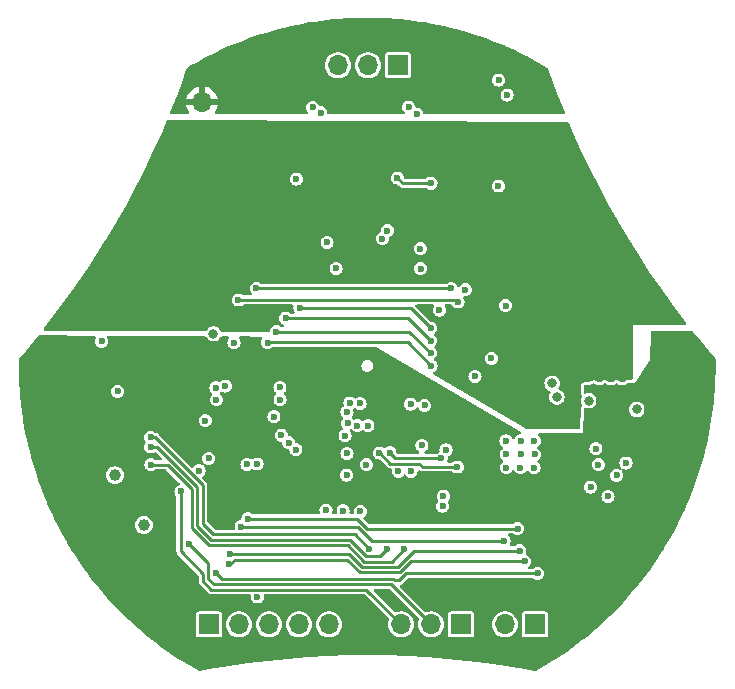
<source format=gbr>
%TF.GenerationSoftware,KiCad,Pcbnew,7.0.9*%
%TF.CreationDate,2023-12-12T05:21:09-05:00*%
%TF.ProjectId,MotorDriver,4d6f746f-7244-4726-9976-65722e6b6963,rev?*%
%TF.SameCoordinates,Original*%
%TF.FileFunction,Copper,L2,Inr*%
%TF.FilePolarity,Positive*%
%FSLAX46Y46*%
G04 Gerber Fmt 4.6, Leading zero omitted, Abs format (unit mm)*
G04 Created by KiCad (PCBNEW 7.0.9) date 2023-12-12 05:21:09*
%MOMM*%
%LPD*%
G01*
G04 APERTURE LIST*
%TA.AperFunction,ComponentPad*%
%ADD10R,1.700000X1.700000*%
%TD*%
%TA.AperFunction,ComponentPad*%
%ADD11O,1.700000X1.700000*%
%TD*%
%TA.AperFunction,ComponentPad*%
%ADD12C,1.007000*%
%TD*%
%TA.AperFunction,ViaPad*%
%ADD13C,0.800000*%
%TD*%
%TA.AperFunction,ViaPad*%
%ADD14C,0.600000*%
%TD*%
%TA.AperFunction,Conductor*%
%ADD15C,0.250000*%
%TD*%
G04 APERTURE END LIST*
D10*
%TO.N,/Microcontroller/NRST*%
%TO.C,J2*%
X70408800Y-156514800D03*
D11*
%TO.N,/Microcontroller/TCK*%
X72948800Y-156514800D03*
%TO.N,/Microcontroller/TMS*%
X75488800Y-156514800D03*
%TO.N,/Microcontroller/SWO*%
X78028800Y-156514800D03*
%TO.N,GND*%
X80568800Y-156514800D03*
%TO.N,+3.3V*%
X83108800Y-156514800D03*
%TD*%
D10*
%TO.N,Net-(J3-Pin_1)*%
%TO.C,J3*%
X97998200Y-156514800D03*
D11*
%TO.N,Net-(J3-Pin_2)*%
X95458200Y-156514800D03*
%TD*%
D10*
%TO.N,Vdrive*%
%TO.C,J4*%
X69824600Y-114838400D03*
D11*
%TO.N,GND*%
X69824600Y-112298400D03*
%TD*%
D10*
%TO.N,/MotorController/MOTA*%
%TO.C,J5*%
X86410800Y-109169200D03*
D11*
%TO.N,/MotorController/MOTB*%
X83870800Y-109169200D03*
%TO.N,/MotorController/MOTC*%
X81330800Y-109169200D03*
%TD*%
D10*
%TO.N,GND*%
%TO.C,J1*%
X91770200Y-156514800D03*
D11*
%TO.N,/Microcontroller/UART_RX*%
X89230200Y-156514800D03*
%TO.N,/Microcontroller/UART_TX*%
X86690200Y-156514800D03*
%TD*%
D12*
%TO.N,Net-(C2-Pad2)*%
%TO.C,Y2*%
X64894800Y-148106841D03*
%TO.N,Net-(C1-Pad2)*%
X62454800Y-143880637D03*
%TD*%
D13*
%TO.N,GND*%
X70789800Y-131902200D03*
X106629200Y-138303000D03*
X94919800Y-108381800D03*
X96621600Y-109270800D03*
X98348800Y-110236000D03*
D14*
%TO.N,Vdrive*%
X59613800Y-129565400D03*
D13*
X105384600Y-135585200D03*
X104444800Y-135585200D03*
X103454200Y-135585200D03*
X102463600Y-135585200D03*
X101473000Y-135610600D03*
%TO.N,GND*%
X99466400Y-136093200D03*
%TO.N,Net-(U4-FB)*%
X102565200Y-137566400D03*
X99872800Y-137261600D03*
%TO.N,+3.3V*%
X106578400Y-136702800D03*
X109626400Y-134848600D03*
X108153200Y-134823200D03*
X104063800Y-150342600D03*
D14*
%TO.N,GND*%
X96799400Y-140970000D03*
X95560767Y-140970000D03*
X97967052Y-140970000D03*
X71678800Y-110617000D03*
X71755000Y-109270800D03*
X70561200Y-109855000D03*
%TO.N,/Microcontroller/CAN2_TX*%
X74508700Y-154178501D03*
X73631460Y-142967637D03*
%TO.N,/Microcontroller/CAN2_RX*%
X74472800Y-142925800D03*
%TO.N,/MotorController/GLB*%
X89204799Y-119151400D03*
X86370800Y-118708800D03*
X89923200Y-129895601D03*
%TO.N,/MotorController/GHB*%
X92115800Y-128168401D03*
%TO.N,/MotorController/GLC*%
X85094263Y-123840187D03*
%TO.N,/MotorController/GHC*%
X85521800Y-123164601D03*
%TO.N,/MotorController/GHB*%
X87325200Y-112699801D03*
%TO.N,/MotorController/GLB*%
X88435633Y-141352344D03*
%TO.N,/MotorController/GHB*%
X90478111Y-141733117D03*
%TO.N,/MotorController/GLC*%
X84836000Y-141988500D03*
X77800200Y-118795801D03*
X91437089Y-143176890D03*
%TO.N,/MotorController/GHC*%
X90076100Y-142447204D03*
X85727631Y-141978381D03*
X79199641Y-112728206D03*
%TO.N,/Encoder/M1_ENC.A*%
X83207489Y-137792090D03*
X71783870Y-136332301D03*
%TO.N,/Encoder/M1_ENC.B*%
X82346800Y-137769601D03*
X70993000Y-136474201D03*
%TO.N,Net-(D1-A)*%
X77764300Y-141723926D03*
X83235800Y-146939001D03*
%TO.N,Net-(D2-A)*%
X77154700Y-141111901D03*
X81762600Y-146888201D03*
%TO.N,Net-(D3-A)*%
X80314800Y-146837401D03*
X76532400Y-140487401D03*
%TO.N,/Microcontroller/SEN.ISENA*%
X65487999Y-142983400D03*
%TO.N,/Microcontroller/SEN.ISENB*%
X65485088Y-141476017D03*
%TO.N,/Microcontroller/SEN.ISENC*%
X65467311Y-140676712D03*
X83997800Y-150114001D03*
%TO.N,/Microcontroller/SEN.ISENA*%
X86918800Y-150164801D03*
%TO.N,/Microcontroller/SEN.ISENB*%
X85445600Y-150164801D03*
%TO.N,+3.3V*%
X56997600Y-134188201D03*
%TO.N,/Microcontroller/NRST*%
X70090700Y-139247798D03*
%TO.N,/Microcontroller/UART_RX*%
X68760300Y-149682201D03*
%TO.N,/Microcontroller/UART_TX*%
X68035800Y-145237201D03*
%TO.N,/Microcontroller/TCK*%
X76413893Y-136435501D03*
%TO.N,/Microcontroller/TMS*%
X76428600Y-137490201D03*
%TO.N,/Microcontroller/SWO*%
X75907900Y-138925301D03*
%TO.N,Vdrive*%
X84353504Y-116604800D03*
X74320296Y-115598084D03*
X84870800Y-115598084D03*
X91421304Y-115598084D03*
X92904008Y-114604800D03*
X91904008Y-116604800D03*
X94361000Y-130556000D03*
X82353504Y-116604800D03*
X96850200Y-134899400D03*
X92904008Y-116604800D03*
X90904008Y-116604800D03*
X76320296Y-115598084D03*
X83353504Y-116604800D03*
X90904008Y-114604800D03*
X92421304Y-115598084D03*
X76803000Y-116604800D03*
X74803000Y-116604800D03*
X91904008Y-114604800D03*
X82870800Y-115598084D03*
X83870800Y-115598084D03*
X93904008Y-114604800D03*
X93421304Y-115598084D03*
X98348800Y-130556000D03*
X73803000Y-116604800D03*
X93904008Y-116604800D03*
X75320296Y-115598084D03*
X83353504Y-114604800D03*
X85353504Y-114604800D03*
X85353504Y-116604800D03*
X75803000Y-114604800D03*
X82353504Y-114604800D03*
X74803000Y-114604800D03*
X75803000Y-116604800D03*
X73803000Y-114604800D03*
X76803000Y-114604800D03*
X84353504Y-114604800D03*
%TO.N,GND*%
X97978033Y-142120000D03*
X95571748Y-142120000D03*
X96774000Y-143230600D03*
X97942400Y-143230600D03*
X95580200Y-143230600D03*
X96810381Y-142120000D03*
%TO.N,+3.3V*%
X70967600Y-144195800D03*
X93065600Y-147066000D03*
X78740000Y-134188200D03*
X69977000Y-132664200D03*
X65735200Y-136499600D03*
X94361000Y-153314401D03*
X78435200Y-146177000D03*
%TO.N,/Encoder/SPI3.CS*%
X89179400Y-131419600D03*
X78105000Y-129717798D03*
%TO.N,/Encoder/SPI3.SCK*%
X89179400Y-132486400D03*
X76911200Y-130581400D03*
%TO.N,/Encoder/SPI3.MISO*%
X89179400Y-133536403D03*
X76112813Y-131710918D03*
%TO.N,/Encoder/SPI3.MOSI*%
X75365759Y-132642731D03*
X89204800Y-134620000D03*
%TO.N,/Encoder/M1_ENC.I*%
X72529698Y-132651498D03*
%TO.N,/MotorController/SPC*%
X91490800Y-129204900D03*
X90243289Y-145646512D03*
X72898000Y-129032000D03*
%TO.N,/MotorController/SNC*%
X90195400Y-146481801D03*
X74422898Y-128065902D03*
X90906600Y-128066801D03*
%TO.N,/MotorController/SPA*%
X87477600Y-137845800D03*
X88315800Y-124688600D03*
%TO.N,/MotorController/SNA*%
X88666906Y-137970900D03*
X88341204Y-126390400D03*
%TO.N,/MotorController/SPB*%
X80416400Y-124155200D03*
X82981800Y-139669900D03*
%TO.N,/MotorController/SNB*%
X83864978Y-139669900D03*
X81178400Y-126365000D03*
%TO.N,Net-(U6-SH)*%
X88011000Y-113309400D03*
X87528400Y-143535400D03*
%TO.N,Net-(U8-SH)*%
X79857600Y-113182401D03*
X86436200Y-143535400D03*
%TO.N,/MotorController/GHA*%
X94310200Y-133985000D03*
X95656400Y-111683800D03*
%TO.N,/MotorController/GLA*%
X94919800Y-119380000D03*
X92930894Y-135495337D03*
%TO.N,/Microcontroller/DRV.INLC*%
X82092800Y-142036798D03*
X103164685Y-141627900D03*
%TO.N,/Microcontroller/DRV.INLB*%
X103378000Y-142976600D03*
X83743800Y-142976600D03*
%TO.N,/Microcontroller/DRV.INLA*%
X102717600Y-144881600D03*
X82067400Y-143865600D03*
%TO.N,/Microcontroller/DRV.ENABLE*%
X70992996Y-152171400D03*
X71045353Y-137491754D03*
X98247196Y-152196800D03*
%TO.N,/Microcontroller/DRV.INHA*%
X104190800Y-145669000D03*
X81933922Y-140521468D03*
%TO.N,/Microcontroller/DRV.INHB*%
X82143600Y-139478202D03*
X104933077Y-143901336D03*
%TO.N,/Microcontroller/DRV.INHC*%
X105714794Y-142849600D03*
X82092800Y-138531600D03*
%TO.N,/Microcontroller/SEN.VSENVM*%
X61315600Y-132537200D03*
X69570600Y-143484600D03*
%TO.N,/Microcontroller/SPI1.CS*%
X97129600Y-151180798D03*
X72136000Y-151434801D03*
%TO.N,/Microcontroller/SPI1.SCK*%
X96722146Y-150265230D03*
X72158489Y-150574112D03*
%TO.N,/Microcontroller/SPI1.MISO*%
X95402406Y-149428200D03*
X73126600Y-148244622D03*
%TO.N,/Microcontroller/SPI1.MOSI*%
X96545400Y-148412200D03*
X73710800Y-147548601D03*
%TO.N,Net-(U5-SH)*%
X94945200Y-110413800D03*
X95516100Y-129514600D03*
%TO.N,/Microcontroller/VDDA*%
X62687200Y-136779000D03*
X70395500Y-142443200D03*
%TD*%
D15*
%TO.N,/MotorController/GHC*%
X90070635Y-142441739D02*
X86190989Y-142441739D01*
X90076100Y-142447204D02*
X90070635Y-142441739D01*
X86190989Y-142441739D02*
X85727631Y-141978381D01*
%TO.N,/MotorController/SNC*%
X74423796Y-128066800D02*
X74422898Y-128065902D01*
X90906600Y-128066801D02*
X74423796Y-128066800D01*
%TO.N,/Microcontroller/SPI1.MISO*%
X84195883Y-149428200D02*
X95402406Y-149428200D01*
X83012305Y-148244622D02*
X84195883Y-149428200D01*
X73126600Y-148244622D02*
X83012305Y-148244622D01*
%TO.N,/MotorController/GLC*%
X88516089Y-143176890D02*
X91437089Y-143176890D01*
X88230938Y-142891739D02*
X88516089Y-143176890D01*
X85757105Y-142891739D02*
X88230938Y-142891739D01*
X84836000Y-141988500D02*
X84853866Y-141988500D01*
X84853866Y-141988500D02*
X85757105Y-142891739D01*
%TO.N,/Microcontroller/DRV.ENABLE*%
X86132796Y-152781000D02*
X86005797Y-152654001D01*
X86005797Y-152654001D02*
X71475597Y-152654001D01*
X71475597Y-152654001D02*
X70992996Y-152171400D01*
X86540593Y-152781000D02*
X86132796Y-152781000D01*
X87124793Y-152196800D02*
X86540593Y-152781000D01*
X98247196Y-152196800D02*
X87124793Y-152196800D01*
%TO.N,/Microcontroller/SPI1.CS*%
X83176008Y-152089001D02*
X86596196Y-152089001D01*
X82111119Y-151024112D02*
X83176008Y-152089001D01*
X86596196Y-152089001D02*
X87504399Y-151180798D01*
X72181684Y-151434801D02*
X72592373Y-151024112D01*
X72592373Y-151024112D02*
X82111119Y-151024112D01*
X87504399Y-151180798D02*
X97129600Y-151180798D01*
X72136000Y-151434801D02*
X72181684Y-151434801D01*
%TO.N,/MotorController/GLB*%
X86813400Y-119151400D02*
X89204799Y-119151400D01*
X86370800Y-118708800D02*
X86813400Y-119151400D01*
%TO.N,/Microcontroller/SPI1.SCK*%
X86409800Y-151639001D02*
X87783571Y-150265230D01*
X87783571Y-150265230D02*
X96722146Y-150265230D01*
X82297515Y-150574112D02*
X83362404Y-151639001D01*
X72158489Y-150574112D02*
X82297515Y-150574112D01*
X83362404Y-151639001D02*
X86409800Y-151639001D01*
%TO.N,/Microcontroller/SPI1.MOSI*%
X83816279Y-148412200D02*
X96545400Y-148412200D01*
X82952680Y-147548601D02*
X83816279Y-148412200D01*
X73710800Y-147548601D02*
X82952680Y-147548601D01*
%TO.N,/Microcontroller/UART_TX*%
X69908000Y-152840397D02*
X70621604Y-153554001D01*
X70621604Y-153554001D02*
X83729401Y-153554001D01*
X69908000Y-152204001D02*
X69908000Y-152840397D01*
X68035800Y-150331801D02*
X69908000Y-152204001D01*
X83729401Y-153554001D02*
X86690200Y-156514800D01*
X68035800Y-145237201D02*
X68035800Y-150331801D01*
%TO.N,/Microcontroller/UART_RX*%
X85819401Y-153104001D02*
X89230200Y-156514800D01*
X70808000Y-153104001D02*
X85819401Y-153104001D01*
X70358000Y-151279901D02*
X70358000Y-152654001D01*
X70358000Y-152654001D02*
X70808000Y-153104001D01*
X68760300Y-149682201D02*
X70358000Y-151279901D01*
%TO.N,/Microcontroller/SEN.ISENB*%
X83738916Y-150739001D02*
X84871400Y-150739001D01*
X69436400Y-148175005D02*
X70606196Y-149344801D01*
X69436400Y-144874401D02*
X69436400Y-148175005D01*
X66038016Y-141476017D02*
X69436400Y-144874401D01*
X70606196Y-149344801D02*
X82344716Y-149344801D01*
X82344716Y-149344801D02*
X83738916Y-150739001D01*
X84871400Y-150739001D02*
X85445600Y-150164801D01*
X65485088Y-141476017D02*
X66038016Y-141476017D01*
%TO.N,/Microcontroller/SEN.ISENC*%
X82778600Y-148894801D02*
X83997800Y-150114001D01*
X70792592Y-148894801D02*
X82778600Y-148894801D01*
X69886400Y-147988609D02*
X70792592Y-148894801D01*
X69886400Y-144688005D02*
X69886400Y-147988609D01*
X65467311Y-140676712D02*
X65875107Y-140676712D01*
X65875107Y-140676712D02*
X69886400Y-144688005D01*
%TO.N,/Microcontroller/SEN.ISENA*%
X83548800Y-151189001D02*
X85894600Y-151189001D01*
X82154600Y-149794801D02*
X83548800Y-151189001D01*
X70419800Y-149794801D02*
X82154600Y-149794801D01*
X68986400Y-148361401D02*
X70419800Y-149794801D01*
X68986400Y-145060797D02*
X68986400Y-148361401D01*
X85894600Y-151189001D02*
X86918800Y-150164801D01*
X66909003Y-142983400D02*
X68986400Y-145060797D01*
X65487999Y-142983400D02*
X66909003Y-142983400D01*
%TO.N,/Encoder/SPI3.CS*%
X89179400Y-131419600D02*
X87477598Y-129717798D01*
X87477598Y-129717798D02*
X78105000Y-129717798D01*
%TO.N,/Encoder/SPI3.SCK*%
X89179400Y-132486400D02*
X87274400Y-130581400D01*
X87274400Y-130581400D02*
X76911200Y-130581400D01*
%TO.N,/Encoder/SPI3.MISO*%
X87353891Y-131710894D02*
X76112837Y-131710894D01*
X89179400Y-133536403D02*
X87353891Y-131710894D01*
X76112837Y-131710894D02*
X76112813Y-131710918D01*
%TO.N,/Encoder/SPI3.MOSI*%
X87223600Y-132638800D02*
X75369690Y-132638800D01*
X89204800Y-134620000D02*
X87223600Y-132638800D01*
X75369690Y-132638800D02*
X75365759Y-132642731D01*
%TO.N,/MotorController/SPC*%
X91317900Y-129032000D02*
X91490800Y-129204900D01*
X72898000Y-129032000D02*
X91317900Y-129032000D01*
%TD*%
%TA.AperFunction,Conductor*%
%TO.N,Vdrive*%
G36*
X100768416Y-113946049D02*
G01*
X100835348Y-113966085D01*
X100880825Y-114019129D01*
X100881922Y-114021638D01*
X101241151Y-114868809D01*
X101932255Y-116402636D01*
X102657362Y-117920685D01*
X103416110Y-119422202D01*
X104208123Y-120906441D01*
X105033007Y-122372667D01*
X105890354Y-123820150D01*
X106779738Y-125248172D01*
X107700716Y-126656025D01*
X108652833Y-128043010D01*
X109635614Y-129408437D01*
X110648573Y-130751629D01*
X110803383Y-130947666D01*
X110829482Y-131012478D01*
X110816399Y-131081111D01*
X110768286Y-131131776D01*
X110706554Y-131148514D01*
X106349799Y-131165600D01*
X106278293Y-135670499D01*
X106257547Y-135737218D01*
X106204024Y-135782129D01*
X106156497Y-135792512D01*
X105873646Y-135797504D01*
X105864952Y-135797954D01*
X105843815Y-135799771D01*
X105757018Y-135823101D01*
X105693798Y-135852817D01*
X105693794Y-135852819D01*
X105693793Y-135852820D01*
X105680412Y-135861629D01*
X105633048Y-135892808D01*
X105633046Y-135892810D01*
X105621894Y-135902689D01*
X105597299Y-135919664D01*
X105539032Y-135950245D01*
X105511083Y-135960845D01*
X105447182Y-135976596D01*
X105417505Y-135980200D01*
X105351694Y-135980200D01*
X105322020Y-135976597D01*
X105286579Y-135967862D01*
X105258118Y-135960847D01*
X105230167Y-135950247D01*
X105171898Y-135919664D01*
X105163317Y-135915160D01*
X105146092Y-135904223D01*
X105135060Y-135895870D01*
X105135059Y-135895869D01*
X105103092Y-135875326D01*
X105092908Y-135869113D01*
X105092903Y-135869110D01*
X105045041Y-135852817D01*
X104998532Y-135836984D01*
X104998530Y-135836983D01*
X104998528Y-135836983D01*
X104929286Y-135827806D01*
X104929276Y-135827805D01*
X104929268Y-135827804D01*
X104886365Y-135825978D01*
X104883766Y-135825868D01*
X104883764Y-135825868D01*
X104787009Y-135849860D01*
X104787005Y-135849861D01*
X104723777Y-135879583D01*
X104686678Y-135904007D01*
X104681396Y-135907121D01*
X104599231Y-135950246D01*
X104571280Y-135960847D01*
X104555851Y-135964650D01*
X104507379Y-135976597D01*
X104477705Y-135980200D01*
X104411894Y-135980200D01*
X104382220Y-135976597D01*
X104346779Y-135967862D01*
X104318318Y-135960847D01*
X104290366Y-135950246D01*
X104222607Y-135914682D01*
X104206254Y-135904400D01*
X104206016Y-135904223D01*
X104200211Y-135899907D01*
X104164539Y-135882516D01*
X104115423Y-135858570D01*
X104115419Y-135858568D01*
X104048054Y-135840073D01*
X104048047Y-135840071D01*
X104048044Y-135840071D01*
X103985974Y-135832262D01*
X103975896Y-135830994D01*
X103975895Y-135830994D01*
X103939952Y-135831628D01*
X103904009Y-135832262D01*
X103895310Y-135832712D01*
X103874175Y-135834529D01*
X103787380Y-135857861D01*
X103787373Y-135857864D01*
X103724157Y-135887579D01*
X103724137Y-135887590D01*
X103711475Y-135895926D01*
X103706194Y-135899041D01*
X103608632Y-135950245D01*
X103580683Y-135960845D01*
X103516782Y-135976596D01*
X103487105Y-135980200D01*
X103421295Y-135980200D01*
X103391621Y-135976597D01*
X103356181Y-135967862D01*
X103327721Y-135960847D01*
X103299772Y-135950247D01*
X103240589Y-135919186D01*
X103240552Y-135919150D01*
X103196170Y-135895873D01*
X103170721Y-135882516D01*
X103142875Y-135874871D01*
X103094795Y-135861657D01*
X103094644Y-135861629D01*
X103078447Y-135857182D01*
X103078442Y-135857181D01*
X103006293Y-135848104D01*
X103006291Y-135848104D01*
X102961427Y-135848895D01*
X102894129Y-135850083D01*
X102891262Y-135850158D01*
X102817835Y-135862932D01*
X102727792Y-135892637D01*
X102618029Y-135950246D01*
X102590081Y-135960845D01*
X102526182Y-135976596D01*
X102496505Y-135980200D01*
X102430695Y-135980200D01*
X102401021Y-135976597D01*
X102388918Y-135973614D01*
X102365581Y-135967862D01*
X102352807Y-135965296D01*
X102349596Y-135964651D01*
X102349584Y-135964650D01*
X102266000Y-135961828D01*
X102265997Y-135961828D01*
X102265991Y-135961828D01*
X102221418Y-135967686D01*
X102196715Y-135970933D01*
X102196716Y-135970933D01*
X102152268Y-135980869D01*
X102065049Y-136029145D01*
X102065046Y-136029147D01*
X102011696Y-136074255D01*
X101979677Y-136106641D01*
X101932399Y-136194411D01*
X101911905Y-136261200D01*
X101911904Y-136261202D01*
X101900681Y-136333060D01*
X101900681Y-136333062D01*
X101894537Y-136839938D01*
X101894537Y-136839939D01*
X101897955Y-136884810D01*
X101905065Y-136927715D01*
X101908555Y-136945037D01*
X101908556Y-136945041D01*
X101950088Y-137035663D01*
X101950089Y-137035665D01*
X101969253Y-137062166D01*
X101992585Y-137128025D01*
X101992761Y-137136446D01*
X101991627Y-137223215D01*
X101983580Y-137265566D01*
X101928963Y-137409581D01*
X101909922Y-137566399D01*
X101909922Y-137566400D01*
X101928963Y-137723219D01*
X101928963Y-137723221D01*
X101974866Y-137844258D01*
X101982913Y-137889847D01*
X101981812Y-137974140D01*
X101961254Y-138040917D01*
X101957512Y-138046264D01*
X101956142Y-138048114D01*
X101908868Y-138135880D01*
X101908867Y-138135882D01*
X101888371Y-138202673D01*
X101877148Y-138274528D01*
X101877148Y-138274529D01*
X101876840Y-138299901D01*
X101876802Y-138302999D01*
X101857995Y-139854525D01*
X101837499Y-139921321D01*
X101784145Y-139966432D01*
X101732678Y-139977015D01*
X97238783Y-139928952D01*
X97177350Y-139911904D01*
X90670087Y-136093200D01*
X98811122Y-136093200D01*
X98830162Y-136250018D01*
X98861657Y-136333062D01*
X98886180Y-136397723D01*
X98975917Y-136527730D01*
X99094160Y-136632483D01*
X99094162Y-136632484D01*
X99234034Y-136705896D01*
X99257810Y-136711756D01*
X99318191Y-136746911D01*
X99349981Y-136809130D01*
X99343086Y-136878658D01*
X99330187Y-136902592D01*
X99292583Y-136957070D01*
X99292580Y-136957076D01*
X99236562Y-137104781D01*
X99217522Y-137261599D01*
X99217522Y-137261600D01*
X99236562Y-137418418D01*
X99292580Y-137566123D01*
X99382317Y-137696130D01*
X99500560Y-137800883D01*
X99500562Y-137800884D01*
X99640434Y-137874296D01*
X99793814Y-137912100D01*
X99793815Y-137912100D01*
X99951785Y-137912100D01*
X100105165Y-137874296D01*
X100111592Y-137870923D01*
X100245040Y-137800883D01*
X100363283Y-137696130D01*
X100453020Y-137566123D01*
X100509037Y-137418418D01*
X100528078Y-137261600D01*
X100509037Y-137104782D01*
X100504296Y-137092282D01*
X100482824Y-137035663D01*
X100453020Y-136957077D01*
X100363283Y-136827070D01*
X100245040Y-136722317D01*
X100245038Y-136722316D01*
X100245037Y-136722315D01*
X100105167Y-136648904D01*
X100081386Y-136643043D01*
X100021006Y-136607886D01*
X99989218Y-136545667D01*
X99996114Y-136476138D01*
X100009009Y-136452211D01*
X100046620Y-136397723D01*
X100102637Y-136250018D01*
X100121678Y-136093200D01*
X100114207Y-136031666D01*
X100102637Y-135936381D01*
X100077125Y-135869113D01*
X100046620Y-135788677D01*
X99956883Y-135658670D01*
X99838640Y-135553917D01*
X99838638Y-135553916D01*
X99838637Y-135553915D01*
X99698765Y-135480503D01*
X99545386Y-135442700D01*
X99545385Y-135442700D01*
X99387415Y-135442700D01*
X99387414Y-135442700D01*
X99234034Y-135480503D01*
X99094162Y-135553915D01*
X98975916Y-135658671D01*
X98886181Y-135788675D01*
X98886180Y-135788676D01*
X98830162Y-135936381D01*
X98811122Y-136093199D01*
X98811122Y-136093200D01*
X90670087Y-136093200D01*
X89651299Y-135495337D01*
X92375644Y-135495337D01*
X92394564Y-135639045D01*
X92394565Y-135639049D01*
X92450031Y-135772959D01*
X92450032Y-135772961D01*
X92450033Y-135772962D01*
X92538273Y-135887958D01*
X92653269Y-135976198D01*
X92653270Y-135976198D01*
X92653271Y-135976199D01*
X92654232Y-135976597D01*
X92787185Y-136031667D01*
X92914174Y-136048385D01*
X92930893Y-136050587D01*
X92930894Y-136050587D01*
X92930895Y-136050587D01*
X92945871Y-136048615D01*
X93074603Y-136031667D01*
X93208519Y-135976198D01*
X93323515Y-135887958D01*
X93411755Y-135772962D01*
X93467224Y-135639046D01*
X93486144Y-135495337D01*
X93467224Y-135351628D01*
X93411755Y-135217712D01*
X93323515Y-135102716D01*
X93208519Y-135014476D01*
X93208518Y-135014475D01*
X93208516Y-135014474D01*
X93074606Y-134959008D01*
X93074604Y-134959007D01*
X93074603Y-134959007D01*
X93002748Y-134949547D01*
X92930895Y-134940087D01*
X92930893Y-134940087D01*
X92787185Y-134959007D01*
X92787181Y-134959008D01*
X92653271Y-135014474D01*
X92538273Y-135102716D01*
X92450031Y-135217714D01*
X92394565Y-135351624D01*
X92394564Y-135351628D01*
X92375644Y-135495336D01*
X92375644Y-135495337D01*
X89651299Y-135495337D01*
X89402300Y-135349215D01*
X89354444Y-135298308D01*
X89341707Y-135229609D01*
X89368134Y-135164930D01*
X89417603Y-135127710D01*
X89482425Y-135100861D01*
X89597421Y-135012621D01*
X89685661Y-134897625D01*
X89741130Y-134763709D01*
X89760050Y-134620000D01*
X89741130Y-134476291D01*
X89702037Y-134381911D01*
X89685662Y-134342377D01*
X89685661Y-134342376D01*
X89685661Y-134342375D01*
X89597421Y-134227379D01*
X89518514Y-134166831D01*
X89477312Y-134110403D01*
X89473157Y-134040657D01*
X89504414Y-133985000D01*
X93754950Y-133985000D01*
X93766500Y-134072733D01*
X93773870Y-134128708D01*
X93773871Y-134128712D01*
X93829337Y-134262622D01*
X93829338Y-134262624D01*
X93829339Y-134262625D01*
X93917579Y-134377621D01*
X94032575Y-134465861D01*
X94032576Y-134465861D01*
X94032577Y-134465862D01*
X94077213Y-134484350D01*
X94166491Y-134521330D01*
X94293480Y-134538048D01*
X94310199Y-134540250D01*
X94310200Y-134540250D01*
X94310201Y-134540250D01*
X94325177Y-134538278D01*
X94453909Y-134521330D01*
X94587825Y-134465861D01*
X94702821Y-134377621D01*
X94791061Y-134262625D01*
X94846530Y-134128709D01*
X94865450Y-133985000D01*
X94846530Y-133841291D01*
X94791061Y-133707375D01*
X94702821Y-133592379D01*
X94587825Y-133504139D01*
X94587824Y-133504138D01*
X94587822Y-133504137D01*
X94453912Y-133448671D01*
X94453910Y-133448670D01*
X94453909Y-133448670D01*
X94382054Y-133439210D01*
X94310201Y-133429750D01*
X94310199Y-133429750D01*
X94166491Y-133448670D01*
X94166487Y-133448671D01*
X94032577Y-133504137D01*
X93917579Y-133592379D01*
X93829337Y-133707377D01*
X93773871Y-133841287D01*
X93773870Y-133841291D01*
X93762320Y-133929024D01*
X93754950Y-133985000D01*
X89504414Y-133985000D01*
X89507370Y-133979737D01*
X89518506Y-133970087D01*
X89572021Y-133929024D01*
X89660261Y-133814028D01*
X89715730Y-133680112D01*
X89734650Y-133536403D01*
X89715730Y-133392694D01*
X89660261Y-133258778D01*
X89572021Y-133143782D01*
X89527704Y-133109776D01*
X89486502Y-133053348D01*
X89482347Y-132983602D01*
X89516560Y-132922682D01*
X89527694Y-132913034D01*
X89572021Y-132879021D01*
X89660261Y-132764025D01*
X89715730Y-132630109D01*
X89734650Y-132486400D01*
X89715730Y-132342691D01*
X89660261Y-132208775D01*
X89572021Y-132093779D01*
X89572019Y-132093778D01*
X89572019Y-132093777D01*
X89544831Y-132072915D01*
X89516759Y-132051374D01*
X89475557Y-131994948D01*
X89471402Y-131925202D01*
X89505614Y-131864282D01*
X89516757Y-131854627D01*
X89572021Y-131812221D01*
X89660261Y-131697225D01*
X89715730Y-131563309D01*
X89734650Y-131419600D01*
X89715730Y-131275891D01*
X89660261Y-131141975D01*
X89572021Y-131026979D01*
X89457025Y-130938739D01*
X89457024Y-130938738D01*
X89457022Y-130938737D01*
X89323112Y-130883271D01*
X89323110Y-130883270D01*
X89323109Y-130883270D01*
X89306443Y-130881075D01*
X89193246Y-130866172D01*
X89129350Y-130837905D01*
X89121752Y-130830914D01*
X87910019Y-129619181D01*
X87876534Y-129557858D01*
X87881518Y-129488166D01*
X87923390Y-129432233D01*
X87988854Y-129407816D01*
X87997700Y-129407500D01*
X89352396Y-129407500D01*
X89419435Y-129427185D01*
X89465190Y-129479989D01*
X89475134Y-129549147D01*
X89450771Y-129606987D01*
X89442339Y-129617974D01*
X89442338Y-129617977D01*
X89386871Y-129751888D01*
X89386870Y-129751892D01*
X89367950Y-129895601D01*
X89385137Y-130026150D01*
X89386870Y-130039309D01*
X89386871Y-130039313D01*
X89442337Y-130173223D01*
X89442338Y-130173225D01*
X89442339Y-130173226D01*
X89530579Y-130288222D01*
X89645575Y-130376462D01*
X89779491Y-130431931D01*
X89906480Y-130448649D01*
X89923199Y-130450851D01*
X89923200Y-130450851D01*
X89923201Y-130450851D01*
X89938177Y-130448879D01*
X90066909Y-130431931D01*
X90200825Y-130376462D01*
X90315821Y-130288222D01*
X90404061Y-130173226D01*
X90459530Y-130039310D01*
X90478450Y-129895601D01*
X90459530Y-129751892D01*
X90404061Y-129617976D01*
X90404060Y-129617975D01*
X90404060Y-129617974D01*
X90395629Y-129606987D01*
X90370434Y-129541818D01*
X90384472Y-129473373D01*
X90433286Y-129423383D01*
X90494004Y-129407500D01*
X90896009Y-129407500D01*
X90963048Y-129427185D01*
X91005225Y-129475860D01*
X91005875Y-129475486D01*
X91007819Y-129478854D01*
X91008803Y-129479989D01*
X91009808Y-129482299D01*
X91009936Y-129482520D01*
X91009938Y-129482522D01*
X91009939Y-129482525D01*
X91098179Y-129597521D01*
X91213175Y-129685761D01*
X91347091Y-129741230D01*
X91474080Y-129757948D01*
X91490799Y-129760150D01*
X91490800Y-129760150D01*
X91490801Y-129760150D01*
X91505777Y-129758178D01*
X91634509Y-129741230D01*
X91768425Y-129685761D01*
X91883421Y-129597521D01*
X91947049Y-129514600D01*
X94960850Y-129514600D01*
X94979770Y-129658308D01*
X94979771Y-129658312D01*
X95035237Y-129792222D01*
X95035238Y-129792224D01*
X95035239Y-129792225D01*
X95123479Y-129907221D01*
X95238475Y-129995461D01*
X95372391Y-130050930D01*
X95499380Y-130067648D01*
X95516099Y-130069850D01*
X95516100Y-130069850D01*
X95516101Y-130069850D01*
X95531077Y-130067878D01*
X95659809Y-130050930D01*
X95793725Y-129995461D01*
X95908721Y-129907221D01*
X95996961Y-129792225D01*
X96052430Y-129658309D01*
X96071350Y-129514600D01*
X96052430Y-129370891D01*
X95996961Y-129236975D01*
X95908721Y-129121979D01*
X95793725Y-129033739D01*
X95793724Y-129033738D01*
X95793722Y-129033737D01*
X95659812Y-128978271D01*
X95659810Y-128978270D01*
X95659809Y-128978270D01*
X95587954Y-128968810D01*
X95516101Y-128959350D01*
X95516099Y-128959350D01*
X95372391Y-128978270D01*
X95372387Y-128978271D01*
X95238477Y-129033737D01*
X95123479Y-129121979D01*
X95035237Y-129236977D01*
X94979771Y-129370887D01*
X94979770Y-129370891D01*
X94960850Y-129514599D01*
X94960850Y-129514600D01*
X91947049Y-129514600D01*
X91971661Y-129482525D01*
X92027130Y-129348609D01*
X92046050Y-129204900D01*
X92027130Y-129061191D01*
X91971661Y-128927275D01*
X91971660Y-128927274D01*
X91971660Y-128927273D01*
X91963901Y-128917162D01*
X91938705Y-128851994D01*
X91952742Y-128783549D01*
X92001555Y-128733558D01*
X92069646Y-128717893D01*
X92078457Y-128718734D01*
X92097442Y-128721234D01*
X92115799Y-128723651D01*
X92115800Y-128723651D01*
X92115801Y-128723651D01*
X92130777Y-128721679D01*
X92259509Y-128704731D01*
X92393425Y-128649262D01*
X92508421Y-128561022D01*
X92596661Y-128446026D01*
X92652130Y-128312110D01*
X92671050Y-128168401D01*
X92652130Y-128024692D01*
X92609674Y-127922193D01*
X92596662Y-127890778D01*
X92596661Y-127890777D01*
X92596661Y-127890776D01*
X92508421Y-127775780D01*
X92393425Y-127687540D01*
X92393424Y-127687539D01*
X92393422Y-127687538D01*
X92259512Y-127632072D01*
X92259510Y-127632071D01*
X92259509Y-127632071D01*
X92187654Y-127622611D01*
X92115801Y-127613151D01*
X92115799Y-127613151D01*
X91972091Y-127632071D01*
X91972087Y-127632072D01*
X91838177Y-127687538D01*
X91780677Y-127731660D01*
X91723179Y-127775780D01*
X91723178Y-127775781D01*
X91723177Y-127775782D01*
X91632295Y-127894220D01*
X91575867Y-127935423D01*
X91506121Y-127939577D01*
X91445201Y-127905364D01*
X91419359Y-127866185D01*
X91387462Y-127789178D01*
X91387461Y-127789177D01*
X91387461Y-127789176D01*
X91299221Y-127674180D01*
X91184225Y-127585940D01*
X91184224Y-127585939D01*
X91184222Y-127585938D01*
X91050312Y-127530472D01*
X91050310Y-127530471D01*
X91050309Y-127530471D01*
X90978454Y-127521011D01*
X90906601Y-127511551D01*
X90906599Y-127511551D01*
X90762891Y-127530471D01*
X90762887Y-127530472D01*
X90628976Y-127585939D01*
X90628973Y-127585940D01*
X90525063Y-127665675D01*
X90459894Y-127690870D01*
X90449576Y-127691300D01*
X74881095Y-127691300D01*
X74814056Y-127671615D01*
X74805609Y-127665676D01*
X74700523Y-127585041D01*
X74700521Y-127585040D01*
X74566610Y-127529573D01*
X74566608Y-127529572D01*
X74566607Y-127529572D01*
X74494752Y-127520112D01*
X74422899Y-127510652D01*
X74422897Y-127510652D01*
X74279189Y-127529572D01*
X74279185Y-127529573D01*
X74145275Y-127585039D01*
X74030277Y-127673281D01*
X73942035Y-127788279D01*
X73886569Y-127922189D01*
X73886568Y-127922193D01*
X73873074Y-128024692D01*
X73867648Y-128065902D01*
X73881142Y-128168401D01*
X73886568Y-128209610D01*
X73886569Y-128209614D01*
X73942035Y-128343524D01*
X73942036Y-128343526D01*
X73942037Y-128343527D01*
X74029119Y-128457014D01*
X74054313Y-128522183D01*
X74040275Y-128590627D01*
X73991461Y-128640617D01*
X73930743Y-128656500D01*
X73355026Y-128656500D01*
X73287987Y-128636815D01*
X73279547Y-128630882D01*
X73175625Y-128551139D01*
X73175624Y-128551138D01*
X73175622Y-128551137D01*
X73041712Y-128495671D01*
X73041710Y-128495670D01*
X73041709Y-128495670D01*
X72969854Y-128486210D01*
X72898001Y-128476750D01*
X72897999Y-128476750D01*
X72754291Y-128495670D01*
X72754287Y-128495671D01*
X72620377Y-128551137D01*
X72505379Y-128639379D01*
X72417137Y-128754377D01*
X72361671Y-128888287D01*
X72361670Y-128888291D01*
X72342750Y-129031999D01*
X72342750Y-129032000D01*
X72361670Y-129175708D01*
X72361671Y-129175712D01*
X72417137Y-129309622D01*
X72417138Y-129309624D01*
X72417139Y-129309625D01*
X72505379Y-129424621D01*
X72620375Y-129512861D01*
X72754291Y-129568330D01*
X72881280Y-129585048D01*
X72897999Y-129587250D01*
X72898000Y-129587250D01*
X72898001Y-129587250D01*
X72912977Y-129585278D01*
X73041709Y-129568330D01*
X73175625Y-129512861D01*
X73279540Y-129433123D01*
X73344709Y-129407930D01*
X73355026Y-129407500D01*
X77452095Y-129407500D01*
X77519134Y-129427185D01*
X77564889Y-129479989D01*
X77574833Y-129549147D01*
X77570186Y-129566080D01*
X77570774Y-129566238D01*
X77568670Y-129574089D01*
X77549750Y-129717797D01*
X77549750Y-129717798D01*
X77568670Y-129861506D01*
X77568671Y-129861510D01*
X77624137Y-129995420D01*
X77624138Y-129995422D01*
X77624139Y-129995423D01*
X77632572Y-130006414D01*
X77657767Y-130071581D01*
X77643729Y-130140026D01*
X77594916Y-130190017D01*
X77534197Y-130205900D01*
X77368226Y-130205900D01*
X77301187Y-130186215D01*
X77292747Y-130180282D01*
X77188825Y-130100539D01*
X77188824Y-130100538D01*
X77188822Y-130100537D01*
X77054912Y-130045071D01*
X77054910Y-130045070D01*
X77054909Y-130045070D01*
X76983054Y-130035610D01*
X76911201Y-130026150D01*
X76911199Y-130026150D01*
X76767491Y-130045070D01*
X76767487Y-130045071D01*
X76633577Y-130100537D01*
X76518579Y-130188779D01*
X76430337Y-130303777D01*
X76374871Y-130437687D01*
X76374870Y-130437691D01*
X76355950Y-130581399D01*
X76355950Y-130581400D01*
X76374870Y-130725108D01*
X76374871Y-130725112D01*
X76430337Y-130859022D01*
X76430338Y-130859024D01*
X76430339Y-130859025D01*
X76518579Y-130974021D01*
X76633575Y-131062261D01*
X76633576Y-131062261D01*
X76633577Y-131062262D01*
X76717040Y-131096833D01*
X76771444Y-131140673D01*
X76793509Y-131206967D01*
X76776230Y-131274667D01*
X76725093Y-131322278D01*
X76669588Y-131335394D01*
X76569807Y-131335394D01*
X76502768Y-131315709D01*
X76494320Y-131309769D01*
X76390439Y-131230057D01*
X76390436Y-131230056D01*
X76256525Y-131174589D01*
X76256523Y-131174588D01*
X76256522Y-131174588D01*
X76184667Y-131165128D01*
X76112814Y-131155668D01*
X76112812Y-131155668D01*
X75969104Y-131174588D01*
X75969100Y-131174589D01*
X75835190Y-131230055D01*
X75720192Y-131318297D01*
X75631950Y-131433295D01*
X75576484Y-131567205D01*
X75576483Y-131567209D01*
X75568421Y-131628442D01*
X75540154Y-131692338D01*
X75481829Y-131730808D01*
X75444868Y-131736253D01*
X71500146Y-131716724D01*
X71433205Y-131696708D01*
X71387712Y-131643678D01*
X71384818Y-131636697D01*
X71382154Y-131629673D01*
X71370020Y-131597677D01*
X71280283Y-131467670D01*
X71162040Y-131362917D01*
X71162038Y-131362916D01*
X71162037Y-131362915D01*
X71022165Y-131289503D01*
X70868786Y-131251700D01*
X70868785Y-131251700D01*
X70710815Y-131251700D01*
X70710814Y-131251700D01*
X70557434Y-131289503D01*
X70417562Y-131362915D01*
X70299316Y-131467671D01*
X70209581Y-131597674D01*
X70209580Y-131597677D01*
X70197913Y-131628442D01*
X70197446Y-131629673D01*
X70155268Y-131685375D01*
X70089670Y-131709432D01*
X70080890Y-131709699D01*
X56543074Y-131642679D01*
X56476133Y-131622663D01*
X56430640Y-131569633D01*
X56421039Y-131500427D01*
X56446370Y-131441836D01*
X56991428Y-130751629D01*
X58004386Y-129408436D01*
X58987167Y-128043008D01*
X59939283Y-126656024D01*
X60129663Y-126365000D01*
X80623150Y-126365000D01*
X80642070Y-126508708D01*
X80642071Y-126508712D01*
X80697537Y-126642622D01*
X80697538Y-126642624D01*
X80697539Y-126642625D01*
X80785779Y-126757621D01*
X80900775Y-126845861D01*
X81034691Y-126901330D01*
X81161680Y-126918048D01*
X81178399Y-126920250D01*
X81178400Y-126920250D01*
X81178401Y-126920250D01*
X81193377Y-126918278D01*
X81322109Y-126901330D01*
X81456025Y-126845861D01*
X81571021Y-126757621D01*
X81659261Y-126642625D01*
X81714730Y-126508709D01*
X81730306Y-126390400D01*
X87785954Y-126390400D01*
X87804874Y-126534108D01*
X87804875Y-126534112D01*
X87860341Y-126668022D01*
X87860342Y-126668024D01*
X87860343Y-126668025D01*
X87948583Y-126783021D01*
X88063579Y-126871261D01*
X88197495Y-126926730D01*
X88324484Y-126943448D01*
X88341203Y-126945650D01*
X88341204Y-126945650D01*
X88341205Y-126945650D01*
X88356181Y-126943678D01*
X88484913Y-126926730D01*
X88618829Y-126871261D01*
X88733825Y-126783021D01*
X88822065Y-126668025D01*
X88877534Y-126534109D01*
X88896454Y-126390400D01*
X88877534Y-126246691D01*
X88822065Y-126112775D01*
X88733825Y-125997779D01*
X88618829Y-125909539D01*
X88618828Y-125909538D01*
X88618826Y-125909537D01*
X88484916Y-125854071D01*
X88484914Y-125854070D01*
X88484913Y-125854070D01*
X88413058Y-125844610D01*
X88341205Y-125835150D01*
X88341203Y-125835150D01*
X88197495Y-125854070D01*
X88197491Y-125854071D01*
X88063581Y-125909537D01*
X87948583Y-125997779D01*
X87860341Y-126112777D01*
X87804875Y-126246687D01*
X87804874Y-126246691D01*
X87785954Y-126390399D01*
X87785954Y-126390400D01*
X81730306Y-126390400D01*
X81733650Y-126365000D01*
X81714730Y-126221291D01*
X81659261Y-126087375D01*
X81571021Y-125972379D01*
X81456025Y-125884139D01*
X81456024Y-125884138D01*
X81456022Y-125884137D01*
X81322112Y-125828671D01*
X81322110Y-125828670D01*
X81322109Y-125828670D01*
X81250254Y-125819210D01*
X81178401Y-125809750D01*
X81178399Y-125809750D01*
X81034691Y-125828670D01*
X81034687Y-125828671D01*
X80900777Y-125884137D01*
X80785779Y-125972379D01*
X80697537Y-126087377D01*
X80642071Y-126221287D01*
X80642070Y-126221291D01*
X80623150Y-126364999D01*
X80623150Y-126365000D01*
X60129663Y-126365000D01*
X60860261Y-125248171D01*
X61540971Y-124155200D01*
X79861150Y-124155200D01*
X79871367Y-124232808D01*
X79880070Y-124298908D01*
X79880071Y-124298912D01*
X79935537Y-124432822D01*
X79935538Y-124432824D01*
X79935539Y-124432825D01*
X80023779Y-124547821D01*
X80138775Y-124636061D01*
X80272691Y-124691530D01*
X80399680Y-124708248D01*
X80416399Y-124710450D01*
X80416400Y-124710450D01*
X80416401Y-124710450D01*
X80431377Y-124708478D01*
X80560109Y-124691530D01*
X80567183Y-124688600D01*
X87760550Y-124688600D01*
X87779470Y-124832308D01*
X87779471Y-124832312D01*
X87834937Y-124966222D01*
X87834938Y-124966224D01*
X87834939Y-124966225D01*
X87923179Y-125081221D01*
X88038175Y-125169461D01*
X88172091Y-125224930D01*
X88299080Y-125241648D01*
X88315799Y-125243850D01*
X88315800Y-125243850D01*
X88315801Y-125243850D01*
X88330777Y-125241878D01*
X88459509Y-125224930D01*
X88593425Y-125169461D01*
X88708421Y-125081221D01*
X88796661Y-124966225D01*
X88852130Y-124832309D01*
X88871050Y-124688600D01*
X88852130Y-124544891D01*
X88815150Y-124455613D01*
X88796662Y-124410977D01*
X88796661Y-124410976D01*
X88796661Y-124410975D01*
X88708421Y-124295979D01*
X88593425Y-124207739D01*
X88593424Y-124207738D01*
X88593422Y-124207737D01*
X88459512Y-124152271D01*
X88459510Y-124152270D01*
X88459509Y-124152270D01*
X88387654Y-124142810D01*
X88315801Y-124133350D01*
X88315799Y-124133350D01*
X88172091Y-124152270D01*
X88172087Y-124152271D01*
X88038177Y-124207737D01*
X87923179Y-124295979D01*
X87834937Y-124410977D01*
X87779471Y-124544887D01*
X87779470Y-124544891D01*
X87760550Y-124688599D01*
X87760550Y-124688600D01*
X80567183Y-124688600D01*
X80694025Y-124636061D01*
X80809021Y-124547821D01*
X80897261Y-124432825D01*
X80952730Y-124298909D01*
X80971650Y-124155200D01*
X80952730Y-124011491D01*
X80897261Y-123877575D01*
X80868572Y-123840187D01*
X84539013Y-123840187D01*
X84557933Y-123983895D01*
X84557934Y-123983899D01*
X84613400Y-124117809D01*
X84613401Y-124117811D01*
X84613402Y-124117812D01*
X84701642Y-124232808D01*
X84816638Y-124321048D01*
X84950554Y-124376517D01*
X85077543Y-124393235D01*
X85094262Y-124395437D01*
X85094263Y-124395437D01*
X85094264Y-124395437D01*
X85109240Y-124393465D01*
X85237972Y-124376517D01*
X85371888Y-124321048D01*
X85486884Y-124232808D01*
X85575124Y-124117812D01*
X85630593Y-123983896D01*
X85649513Y-123840187D01*
X85645374Y-123808750D01*
X85656139Y-123739716D01*
X85702518Y-123687460D01*
X85720861Y-123678004D01*
X85757194Y-123662954D01*
X85799425Y-123645462D01*
X85914421Y-123557222D01*
X86002661Y-123442226D01*
X86058130Y-123308310D01*
X86077050Y-123164601D01*
X86058130Y-123020892D01*
X86002661Y-122886976D01*
X85914421Y-122771980D01*
X85799425Y-122683740D01*
X85799424Y-122683739D01*
X85799422Y-122683738D01*
X85665512Y-122628272D01*
X85665510Y-122628271D01*
X85665509Y-122628271D01*
X85593654Y-122618811D01*
X85521801Y-122609351D01*
X85521799Y-122609351D01*
X85378091Y-122628271D01*
X85378087Y-122628272D01*
X85244177Y-122683738D01*
X85129179Y-122771980D01*
X85040937Y-122886978D01*
X84985471Y-123020888D01*
X84985470Y-123020892D01*
X84966550Y-123164600D01*
X84966550Y-123164605D01*
X84970688Y-123196040D01*
X84959922Y-123265075D01*
X84913541Y-123317330D01*
X84895202Y-123326784D01*
X84816639Y-123359325D01*
X84701642Y-123447566D01*
X84613400Y-123562564D01*
X84557934Y-123696474D01*
X84557933Y-123696478D01*
X84539013Y-123840186D01*
X84539013Y-123840187D01*
X80868572Y-123840187D01*
X80809021Y-123762579D01*
X80694025Y-123674339D01*
X80694024Y-123674338D01*
X80694022Y-123674337D01*
X80560112Y-123618871D01*
X80560110Y-123618870D01*
X80560109Y-123618870D01*
X80488254Y-123609410D01*
X80416401Y-123599950D01*
X80416399Y-123599950D01*
X80272691Y-123618870D01*
X80272687Y-123618871D01*
X80138777Y-123674337D01*
X80023779Y-123762579D01*
X79935537Y-123877577D01*
X79880071Y-124011487D01*
X79880070Y-124011491D01*
X79861536Y-124152271D01*
X79861150Y-124155200D01*
X61540971Y-124155200D01*
X61749644Y-123820148D01*
X62606990Y-122372665D01*
X63431874Y-120906439D01*
X64223887Y-119422200D01*
X64540419Y-118795801D01*
X77244950Y-118795801D01*
X77263870Y-118939509D01*
X77263871Y-118939513D01*
X77319337Y-119073423D01*
X77319338Y-119073425D01*
X77319339Y-119073426D01*
X77407579Y-119188422D01*
X77522575Y-119276662D01*
X77656491Y-119332131D01*
X77783480Y-119348849D01*
X77800199Y-119351051D01*
X77800200Y-119351051D01*
X77800201Y-119351051D01*
X77815177Y-119349079D01*
X77943909Y-119332131D01*
X78077825Y-119276662D01*
X78192821Y-119188422D01*
X78281061Y-119073426D01*
X78336530Y-118939510D01*
X78355450Y-118795801D01*
X78343996Y-118708800D01*
X85815550Y-118708800D01*
X85833306Y-118843671D01*
X85834470Y-118852508D01*
X85834471Y-118852512D01*
X85889937Y-118986422D01*
X85889938Y-118986424D01*
X85889939Y-118986425D01*
X85978179Y-119101421D01*
X86093175Y-119189661D01*
X86227091Y-119245130D01*
X86356951Y-119262226D01*
X86420847Y-119290492D01*
X86428446Y-119297484D01*
X86511250Y-119380288D01*
X86527375Y-119400144D01*
X86533313Y-119409232D01*
X86533316Y-119409236D01*
X86561325Y-119431036D01*
X86567087Y-119436125D01*
X86569882Y-119438920D01*
X86588895Y-119452494D01*
X86632211Y-119486209D01*
X86632218Y-119486211D01*
X86639120Y-119489947D01*
X86646196Y-119493406D01*
X86646201Y-119493410D01*
X86698803Y-119509070D01*
X86750738Y-119526900D01*
X86758472Y-119528190D01*
X86766310Y-119529167D01*
X86766312Y-119529168D01*
X86766313Y-119529167D01*
X86766314Y-119529168D01*
X86821156Y-119526900D01*
X88747773Y-119526900D01*
X88814812Y-119546585D01*
X88823251Y-119552517D01*
X88927174Y-119632261D01*
X89061090Y-119687730D01*
X89188079Y-119704448D01*
X89204798Y-119706650D01*
X89204799Y-119706650D01*
X89204800Y-119706650D01*
X89219776Y-119704678D01*
X89348508Y-119687730D01*
X89482424Y-119632261D01*
X89597420Y-119544021D01*
X89685660Y-119429025D01*
X89705967Y-119380000D01*
X94364550Y-119380000D01*
X94383470Y-119523708D01*
X94383471Y-119523712D01*
X94438937Y-119657622D01*
X94438938Y-119657624D01*
X94438939Y-119657625D01*
X94527179Y-119772621D01*
X94642175Y-119860861D01*
X94776091Y-119916330D01*
X94903080Y-119933048D01*
X94919799Y-119935250D01*
X94919800Y-119935250D01*
X94919801Y-119935250D01*
X94934777Y-119933278D01*
X95063509Y-119916330D01*
X95197425Y-119860861D01*
X95312421Y-119772621D01*
X95400661Y-119657625D01*
X95456130Y-119523709D01*
X95475050Y-119380000D01*
X95456130Y-119236291D01*
X95400661Y-119102375D01*
X95312421Y-118987379D01*
X95197425Y-118899139D01*
X95197424Y-118899138D01*
X95197422Y-118899137D01*
X95063512Y-118843671D01*
X95063510Y-118843670D01*
X95063509Y-118843670D01*
X94991654Y-118834210D01*
X94919801Y-118824750D01*
X94919799Y-118824750D01*
X94776091Y-118843670D01*
X94776087Y-118843671D01*
X94642177Y-118899137D01*
X94527179Y-118987379D01*
X94438937Y-119102377D01*
X94383471Y-119236287D01*
X94383470Y-119236291D01*
X94364550Y-119379999D01*
X94364550Y-119380000D01*
X89705967Y-119380000D01*
X89741129Y-119295109D01*
X89760049Y-119151400D01*
X89741129Y-119007691D01*
X89685660Y-118873775D01*
X89597420Y-118758779D01*
X89482424Y-118670539D01*
X89482423Y-118670538D01*
X89482421Y-118670537D01*
X89348511Y-118615071D01*
X89348509Y-118615070D01*
X89348508Y-118615070D01*
X89276653Y-118605610D01*
X89204800Y-118596150D01*
X89204798Y-118596150D01*
X89061090Y-118615070D01*
X89061086Y-118615071D01*
X88927176Y-118670537D01*
X88926586Y-118670990D01*
X88823258Y-118750276D01*
X88758090Y-118775470D01*
X88747773Y-118775900D01*
X87043629Y-118775900D01*
X86976590Y-118756215D01*
X86930835Y-118703411D01*
X86920690Y-118668086D01*
X86913710Y-118615071D01*
X86907130Y-118565091D01*
X86851661Y-118431175D01*
X86763421Y-118316179D01*
X86648425Y-118227939D01*
X86648424Y-118227938D01*
X86648422Y-118227937D01*
X86514512Y-118172471D01*
X86514510Y-118172470D01*
X86514509Y-118172470D01*
X86442654Y-118163010D01*
X86370801Y-118153550D01*
X86370799Y-118153550D01*
X86227091Y-118172470D01*
X86227087Y-118172471D01*
X86093177Y-118227937D01*
X85978179Y-118316179D01*
X85889937Y-118431177D01*
X85834471Y-118565087D01*
X85834470Y-118565091D01*
X85820588Y-118670537D01*
X85815550Y-118708800D01*
X78343996Y-118708800D01*
X78336530Y-118652092D01*
X78281061Y-118518176D01*
X78192821Y-118403180D01*
X78077825Y-118314940D01*
X78077824Y-118314939D01*
X78077822Y-118314938D01*
X77943912Y-118259472D01*
X77943910Y-118259471D01*
X77943909Y-118259471D01*
X77872054Y-118250011D01*
X77800201Y-118240551D01*
X77800199Y-118240551D01*
X77656491Y-118259471D01*
X77656487Y-118259472D01*
X77522577Y-118314938D01*
X77407579Y-118403180D01*
X77319337Y-118518178D01*
X77263871Y-118652088D01*
X77263870Y-118652092D01*
X77244950Y-118795800D01*
X77244950Y-118795801D01*
X64540419Y-118795801D01*
X64982634Y-117920683D01*
X65707740Y-116402634D01*
X66398845Y-114868807D01*
X66833518Y-113843711D01*
X66877810Y-113789680D01*
X66944286Y-113768169D01*
X66948255Y-113768125D01*
X100768416Y-113946049D01*
G37*
%TD.AperFunction*%
%TD*%
%TA.AperFunction,Conductor*%
%TO.N,+3.3V*%
G36*
X111383612Y-131693285D02*
G01*
X111413888Y-131720751D01*
X111691206Y-132071920D01*
X112762996Y-133368653D01*
X113247572Y-133929024D01*
X113283027Y-133970024D01*
X113311988Y-134033609D01*
X113313231Y-134050723D01*
X113315908Y-134861703D01*
X113316402Y-135043792D01*
X113295682Y-135694598D01*
X113282181Y-136096460D01*
X113241557Y-136702298D01*
X113210415Y-137147226D01*
X113150446Y-137732650D01*
X113101199Y-138194719D01*
X113022110Y-138767518D01*
X112954673Y-139237633D01*
X112856618Y-139800974D01*
X112771032Y-140274605D01*
X112654148Y-140829904D01*
X112550506Y-141304352D01*
X112414932Y-141852211D01*
X112293388Y-142325516D01*
X112139281Y-142866091D01*
X111999995Y-143336855D01*
X111827534Y-143870029D01*
X111670726Y-144337005D01*
X111480060Y-144862655D01*
X111305994Y-145324736D01*
X111097345Y-145842469D01*
X110906265Y-146298791D01*
X110679853Y-146808225D01*
X110472059Y-147257916D01*
X110228112Y-147758640D01*
X110003942Y-148200876D01*
X109742694Y-148692474D01*
X109502540Y-149126436D01*
X109224216Y-149608507D01*
X108975920Y-150021093D01*
X108968484Y-150033448D01*
X108906030Y-150133347D01*
X108673336Y-150505551D01*
X108402462Y-150920760D01*
X108090789Y-151382397D01*
X107805223Y-151787224D01*
X107477276Y-152237980D01*
X107177593Y-152631670D01*
X106833583Y-153071185D01*
X106520407Y-153453014D01*
X106160534Y-153880936D01*
X105834546Y-154250200D01*
X105459004Y-154666176D01*
X105120962Y-155022174D01*
X104729873Y-155425912D01*
X104380759Y-155767818D01*
X103974050Y-156159192D01*
X103615085Y-156486084D01*
X103192528Y-156865044D01*
X102825225Y-157175911D01*
X102386311Y-157542561D01*
X102012979Y-157835957D01*
X101556386Y-158190911D01*
X101180890Y-158464562D01*
X100703847Y-158809233D01*
X100334075Y-159058684D01*
X99829744Y-159396766D01*
X99488404Y-159609431D01*
X98935218Y-159952736D01*
X98777375Y-160043297D01*
X98073604Y-160446528D01*
X98005650Y-160462776D01*
X97988615Y-160460720D01*
X97207798Y-160311046D01*
X95548899Y-160031216D01*
X93884178Y-159788416D01*
X92214460Y-159582764D01*
X90540574Y-159414365D01*
X88863352Y-159283301D01*
X87183627Y-159189637D01*
X85502232Y-159133420D01*
X83820001Y-159114678D01*
X82137770Y-159133420D01*
X80456375Y-159189637D01*
X78776650Y-159283301D01*
X77099428Y-159414365D01*
X75425542Y-159582764D01*
X73755824Y-159788416D01*
X72091103Y-160031216D01*
X70432204Y-160311046D01*
X69651384Y-160460720D01*
X69581838Y-160454008D01*
X69566395Y-160446528D01*
X68865649Y-160045029D01*
X68704730Y-159952703D01*
X68153093Y-159610361D01*
X67810166Y-159396706D01*
X67306825Y-159059289D01*
X66936081Y-158809183D01*
X66459741Y-158465019D01*
X66083524Y-158190842D01*
X65627560Y-157836377D01*
X65253597Y-157542485D01*
X65070434Y-157389478D01*
X69308300Y-157389478D01*
X69322832Y-157462535D01*
X69322833Y-157462539D01*
X69322834Y-157462540D01*
X69378199Y-157545401D01*
X69461060Y-157600766D01*
X69461064Y-157600767D01*
X69534121Y-157615299D01*
X69534124Y-157615300D01*
X69534126Y-157615300D01*
X71283476Y-157615300D01*
X71283477Y-157615299D01*
X71356540Y-157600766D01*
X71439401Y-157545401D01*
X71494766Y-157462540D01*
X71509300Y-157389474D01*
X71509300Y-156514800D01*
X71843585Y-156514800D01*
X71862402Y-156717882D01*
X71918217Y-156914047D01*
X71918222Y-156914060D01*
X72009127Y-157096621D01*
X72132037Y-157259381D01*
X72282758Y-157396780D01*
X72282760Y-157396782D01*
X72381941Y-157458192D01*
X72456163Y-157504148D01*
X72646344Y-157577824D01*
X72846824Y-157615300D01*
X72846826Y-157615300D01*
X73050774Y-157615300D01*
X73050776Y-157615300D01*
X73251256Y-157577824D01*
X73441437Y-157504148D01*
X73614841Y-157396781D01*
X73765564Y-157259379D01*
X73888473Y-157096621D01*
X73979382Y-156914050D01*
X74035197Y-156717883D01*
X74054015Y-156514800D01*
X74383585Y-156514800D01*
X74402402Y-156717882D01*
X74458217Y-156914047D01*
X74458222Y-156914060D01*
X74549127Y-157096621D01*
X74672037Y-157259381D01*
X74822758Y-157396780D01*
X74822760Y-157396782D01*
X74921941Y-157458192D01*
X74996163Y-157504148D01*
X75186344Y-157577824D01*
X75386824Y-157615300D01*
X75386826Y-157615300D01*
X75590774Y-157615300D01*
X75590776Y-157615300D01*
X75791256Y-157577824D01*
X75981437Y-157504148D01*
X76154841Y-157396781D01*
X76305564Y-157259379D01*
X76428473Y-157096621D01*
X76519382Y-156914050D01*
X76575197Y-156717883D01*
X76594015Y-156514800D01*
X76923585Y-156514800D01*
X76942402Y-156717882D01*
X76998217Y-156914047D01*
X76998222Y-156914060D01*
X77089127Y-157096621D01*
X77212037Y-157259381D01*
X77362758Y-157396780D01*
X77362760Y-157396782D01*
X77461941Y-157458192D01*
X77536163Y-157504148D01*
X77726344Y-157577824D01*
X77926824Y-157615300D01*
X77926826Y-157615300D01*
X78130774Y-157615300D01*
X78130776Y-157615300D01*
X78331256Y-157577824D01*
X78521437Y-157504148D01*
X78694841Y-157396781D01*
X78845564Y-157259379D01*
X78968473Y-157096621D01*
X79059382Y-156914050D01*
X79115197Y-156717883D01*
X79134015Y-156514800D01*
X79463585Y-156514800D01*
X79482402Y-156717882D01*
X79538217Y-156914047D01*
X79538222Y-156914060D01*
X79629127Y-157096621D01*
X79752037Y-157259381D01*
X79902758Y-157396780D01*
X79902760Y-157396782D01*
X80001941Y-157458192D01*
X80076163Y-157504148D01*
X80266344Y-157577824D01*
X80466824Y-157615300D01*
X80466826Y-157615300D01*
X80670774Y-157615300D01*
X80670776Y-157615300D01*
X80871256Y-157577824D01*
X81061437Y-157504148D01*
X81234841Y-157396781D01*
X81385564Y-157259379D01*
X81508473Y-157096621D01*
X81599382Y-156914050D01*
X81655197Y-156717883D01*
X81674015Y-156514800D01*
X81671385Y-156486422D01*
X81655197Y-156311717D01*
X81655196Y-156311715D01*
X81599382Y-156115550D01*
X81596636Y-156110036D01*
X81534937Y-155986126D01*
X81508473Y-155932979D01*
X81385564Y-155770221D01*
X81385562Y-155770218D01*
X81234841Y-155632819D01*
X81234839Y-155632817D01*
X81061442Y-155525455D01*
X81061435Y-155525451D01*
X80954950Y-155484199D01*
X80871256Y-155451776D01*
X80670776Y-155414300D01*
X80466824Y-155414300D01*
X80266344Y-155451776D01*
X80266341Y-155451776D01*
X80266341Y-155451777D01*
X80076164Y-155525451D01*
X80076157Y-155525455D01*
X79902760Y-155632817D01*
X79902758Y-155632819D01*
X79752037Y-155770218D01*
X79629127Y-155932978D01*
X79538222Y-156115539D01*
X79538217Y-156115552D01*
X79482402Y-156311717D01*
X79463585Y-156514799D01*
X79463585Y-156514800D01*
X79134015Y-156514800D01*
X79131385Y-156486422D01*
X79115197Y-156311717D01*
X79115196Y-156311715D01*
X79059382Y-156115550D01*
X79056636Y-156110036D01*
X78994937Y-155986126D01*
X78968473Y-155932979D01*
X78845564Y-155770221D01*
X78845562Y-155770218D01*
X78694841Y-155632819D01*
X78694839Y-155632817D01*
X78521442Y-155525455D01*
X78521435Y-155525451D01*
X78414950Y-155484199D01*
X78331256Y-155451776D01*
X78130776Y-155414300D01*
X77926824Y-155414300D01*
X77726344Y-155451776D01*
X77726341Y-155451776D01*
X77726341Y-155451777D01*
X77536164Y-155525451D01*
X77536157Y-155525455D01*
X77362760Y-155632817D01*
X77362758Y-155632819D01*
X77212037Y-155770218D01*
X77089127Y-155932978D01*
X76998222Y-156115539D01*
X76998217Y-156115552D01*
X76942402Y-156311717D01*
X76923585Y-156514799D01*
X76923585Y-156514800D01*
X76594015Y-156514800D01*
X76591385Y-156486422D01*
X76575197Y-156311717D01*
X76575196Y-156311715D01*
X76519382Y-156115550D01*
X76516636Y-156110036D01*
X76454937Y-155986126D01*
X76428473Y-155932979D01*
X76305564Y-155770221D01*
X76305562Y-155770218D01*
X76154841Y-155632819D01*
X76154839Y-155632817D01*
X75981442Y-155525455D01*
X75981435Y-155525451D01*
X75874950Y-155484199D01*
X75791256Y-155451776D01*
X75590776Y-155414300D01*
X75386824Y-155414300D01*
X75186344Y-155451776D01*
X75186341Y-155451776D01*
X75186341Y-155451777D01*
X74996164Y-155525451D01*
X74996157Y-155525455D01*
X74822760Y-155632817D01*
X74822758Y-155632819D01*
X74672037Y-155770218D01*
X74549127Y-155932978D01*
X74458222Y-156115539D01*
X74458217Y-156115552D01*
X74402402Y-156311717D01*
X74383585Y-156514799D01*
X74383585Y-156514800D01*
X74054015Y-156514800D01*
X74051385Y-156486422D01*
X74035197Y-156311717D01*
X74035196Y-156311715D01*
X73979382Y-156115550D01*
X73976636Y-156110036D01*
X73914937Y-155986126D01*
X73888473Y-155932979D01*
X73765564Y-155770221D01*
X73765562Y-155770218D01*
X73614841Y-155632819D01*
X73614839Y-155632817D01*
X73441442Y-155525455D01*
X73441435Y-155525451D01*
X73334950Y-155484199D01*
X73251256Y-155451776D01*
X73050776Y-155414300D01*
X72846824Y-155414300D01*
X72646344Y-155451776D01*
X72646341Y-155451776D01*
X72646341Y-155451777D01*
X72456164Y-155525451D01*
X72456157Y-155525455D01*
X72282760Y-155632817D01*
X72282758Y-155632819D01*
X72132037Y-155770218D01*
X72009127Y-155932978D01*
X71918222Y-156115539D01*
X71918217Y-156115552D01*
X71862402Y-156311717D01*
X71843585Y-156514799D01*
X71843585Y-156514800D01*
X71509300Y-156514800D01*
X71509300Y-155640126D01*
X71509300Y-155640123D01*
X71509299Y-155640121D01*
X71494767Y-155567064D01*
X71494766Y-155567060D01*
X71439401Y-155484199D01*
X71356540Y-155428834D01*
X71356539Y-155428833D01*
X71356535Y-155428832D01*
X71283477Y-155414300D01*
X71283474Y-155414300D01*
X69534126Y-155414300D01*
X69534123Y-155414300D01*
X69461064Y-155428832D01*
X69461060Y-155428833D01*
X69378199Y-155484199D01*
X69322833Y-155567060D01*
X69322832Y-155567064D01*
X69308300Y-155640121D01*
X69308300Y-157389478D01*
X65070434Y-157389478D01*
X64815202Y-157176268D01*
X64505391Y-156914060D01*
X64447368Y-156864952D01*
X64025291Y-156486422D01*
X63665841Y-156159088D01*
X63259543Y-155768109D01*
X62910047Y-155425830D01*
X62519236Y-155022379D01*
X62180921Y-154666094D01*
X62174844Y-154659363D01*
X61805639Y-154250405D01*
X61479378Y-153880833D01*
X61172411Y-153515820D01*
X61119732Y-153453179D01*
X60806352Y-153071102D01*
X60462527Y-152631824D01*
X60162648Y-152237876D01*
X60132762Y-152196799D01*
X59968576Y-151971129D01*
X59834889Y-151787379D01*
X59549130Y-151382279D01*
X59510127Y-151324510D01*
X59237656Y-150920938D01*
X59033727Y-150608344D01*
X58966563Y-150505392D01*
X58965491Y-150503678D01*
X58767010Y-150186196D01*
X58671631Y-150033632D01*
X58415687Y-149608340D01*
X58375360Y-149538492D01*
X58137560Y-149126610D01*
X58108195Y-149073546D01*
X57897204Y-148692284D01*
X57895897Y-148689825D01*
X57636139Y-148201031D01*
X57588395Y-148106844D01*
X64136029Y-148106844D01*
X64155051Y-148275677D01*
X64211171Y-148436060D01*
X64286479Y-148555912D01*
X64301569Y-148579927D01*
X64421714Y-148700072D01*
X64506809Y-148753541D01*
X64561173Y-148787700D01*
X64565582Y-148790470D01*
X64725958Y-148846588D01*
X64725961Y-148846588D01*
X64725963Y-148846589D01*
X64894796Y-148865612D01*
X64894800Y-148865612D01*
X64894804Y-148865612D01*
X65063636Y-148846589D01*
X65063637Y-148846588D01*
X65063642Y-148846588D01*
X65224018Y-148790470D01*
X65367886Y-148700072D01*
X65488031Y-148579927D01*
X65578429Y-148436059D01*
X65634547Y-148275683D01*
X65634548Y-148275677D01*
X65653571Y-148106844D01*
X65653571Y-148106837D01*
X65634548Y-147938004D01*
X65634547Y-147938002D01*
X65634547Y-147937999D01*
X65578429Y-147777623D01*
X65488031Y-147633755D01*
X65367886Y-147513610D01*
X65224019Y-147423212D01*
X65063636Y-147367092D01*
X64894804Y-147348070D01*
X64894796Y-147348070D01*
X64725963Y-147367092D01*
X64565580Y-147423212D01*
X64421713Y-147513610D01*
X64301569Y-147633754D01*
X64211171Y-147777621D01*
X64155051Y-147938004D01*
X64136029Y-148106837D01*
X64136029Y-148106844D01*
X57588395Y-148106844D01*
X57552621Y-148036270D01*
X57411817Y-147758498D01*
X57168001Y-147258041D01*
X57167943Y-147257916D01*
X56960071Y-146808056D01*
X56733794Y-146298926D01*
X56654029Y-146108437D01*
X56542553Y-145842220D01*
X56521598Y-145790224D01*
X56334062Y-145324877D01*
X56301035Y-145237201D01*
X56159843Y-144862389D01*
X55969325Y-144337150D01*
X55816032Y-143880640D01*
X61696029Y-143880640D01*
X61715051Y-144049473D01*
X61771171Y-144209856D01*
X61844369Y-144326350D01*
X61861569Y-144353723D01*
X61981714Y-144473868D01*
X62125582Y-144564266D01*
X62285958Y-144620384D01*
X62285961Y-144620384D01*
X62285963Y-144620385D01*
X62454796Y-144639408D01*
X62454800Y-144639408D01*
X62454804Y-144639408D01*
X62623636Y-144620385D01*
X62623637Y-144620384D01*
X62623642Y-144620384D01*
X62784018Y-144564266D01*
X62927886Y-144473868D01*
X63048031Y-144353723D01*
X63138429Y-144209855D01*
X63194547Y-144049479D01*
X63194548Y-144049473D01*
X63213571Y-143880640D01*
X63213571Y-143880633D01*
X63194548Y-143711800D01*
X63194547Y-143711798D01*
X63194547Y-143711795D01*
X63138429Y-143551419D01*
X63127836Y-143534561D01*
X63082325Y-143462130D01*
X63048031Y-143407551D01*
X62927886Y-143287406D01*
X62899400Y-143269507D01*
X62784019Y-143197008D01*
X62623636Y-143140888D01*
X62454804Y-143121866D01*
X62454796Y-143121866D01*
X62285963Y-143140888D01*
X62125580Y-143197008D01*
X61981713Y-143287406D01*
X61861569Y-143407550D01*
X61771171Y-143551417D01*
X61715051Y-143711800D01*
X61696029Y-143880633D01*
X61696029Y-143880640D01*
X55816032Y-143880640D01*
X55812378Y-143869759D01*
X55640043Y-143336975D01*
X55521245Y-142935456D01*
X55500615Y-142865729D01*
X55350722Y-142339937D01*
X55346652Y-142325661D01*
X55343471Y-142313271D01*
X55224996Y-141851925D01*
X55089515Y-141304439D01*
X54985772Y-140829530D01*
X54953606Y-140676712D01*
X64912061Y-140676712D01*
X64930981Y-140820420D01*
X64930982Y-140820424D01*
X64986449Y-140954335D01*
X64986450Y-140954337D01*
X65031050Y-141012460D01*
X65056245Y-141077629D01*
X65042207Y-141146074D01*
X65031052Y-141163432D01*
X65004226Y-141198392D01*
X65004226Y-141198393D01*
X64948759Y-141332304D01*
X64948758Y-141332308D01*
X64932978Y-141452170D01*
X64929838Y-141476017D01*
X64945618Y-141595879D01*
X64948758Y-141619725D01*
X64948759Y-141619729D01*
X65004225Y-141753639D01*
X65004226Y-141753641D01*
X65004227Y-141753642D01*
X65092467Y-141868638D01*
X65207463Y-141956878D01*
X65207464Y-141956878D01*
X65207465Y-141956879D01*
X65220642Y-141962337D01*
X65341379Y-142012347D01*
X65468368Y-142029065D01*
X65485087Y-142031267D01*
X65485088Y-142031267D01*
X65485089Y-142031267D01*
X65500065Y-142029295D01*
X65628797Y-142012347D01*
X65762713Y-141956878D01*
X65803824Y-141925332D01*
X65868991Y-141900139D01*
X65937436Y-141914177D01*
X65966990Y-141936028D01*
X66427181Y-142396219D01*
X66460666Y-142457542D01*
X66455682Y-142527234D01*
X66413810Y-142583167D01*
X66348346Y-142607584D01*
X66339500Y-142607900D01*
X65945025Y-142607900D01*
X65877986Y-142588215D01*
X65869546Y-142582282D01*
X65765624Y-142502539D01*
X65765623Y-142502538D01*
X65765621Y-142502537D01*
X65631711Y-142447071D01*
X65631709Y-142447070D01*
X65631708Y-142447070D01*
X65559853Y-142437610D01*
X65488000Y-142428150D01*
X65487998Y-142428150D01*
X65344290Y-142447070D01*
X65344286Y-142447071D01*
X65210376Y-142502537D01*
X65095378Y-142590779D01*
X65007136Y-142705777D01*
X64951670Y-142839687D01*
X64951669Y-142839691D01*
X64933259Y-142979530D01*
X64932749Y-142983400D01*
X64942029Y-143053891D01*
X64951669Y-143127108D01*
X64951670Y-143127112D01*
X65007136Y-143261022D01*
X65007137Y-143261024D01*
X65007138Y-143261025D01*
X65095378Y-143376021D01*
X65210374Y-143464261D01*
X65344290Y-143519730D01*
X65471279Y-143536448D01*
X65487998Y-143538650D01*
X65487999Y-143538650D01*
X65488000Y-143538650D01*
X65502976Y-143536678D01*
X65631708Y-143519730D01*
X65765624Y-143464261D01*
X65869539Y-143384523D01*
X65934708Y-143359330D01*
X65945025Y-143358900D01*
X66702104Y-143358900D01*
X66769143Y-143378585D01*
X66789785Y-143395219D01*
X67904653Y-144510088D01*
X67938138Y-144571411D01*
X67933154Y-144641103D01*
X67891282Y-144697036D01*
X67864425Y-144712330D01*
X67758176Y-144756339D01*
X67643179Y-144844580D01*
X67554937Y-144959578D01*
X67499471Y-145093488D01*
X67499470Y-145093492D01*
X67480550Y-145237200D01*
X67480550Y-145237201D01*
X67499470Y-145380909D01*
X67499471Y-145380913D01*
X67554937Y-145514823D01*
X67554938Y-145514825D01*
X67554939Y-145514826D01*
X67634676Y-145618741D01*
X67659870Y-145683910D01*
X67660300Y-145694227D01*
X67660300Y-150279997D01*
X67657662Y-150305435D01*
X67655433Y-150316069D01*
X67655433Y-150316070D01*
X67655433Y-150316072D01*
X67659823Y-150351292D01*
X67660300Y-150358968D01*
X67660300Y-150362917D01*
X67664142Y-150385942D01*
X67670934Y-150440428D01*
X67673173Y-150447948D01*
X67675734Y-150455409D01*
X67675735Y-150455411D01*
X67694546Y-150490171D01*
X67701855Y-150503678D01*
X67725974Y-150553012D01*
X67730542Y-150559410D01*
X67735382Y-150565628D01*
X67775771Y-150602810D01*
X69496181Y-152323219D01*
X69529666Y-152384542D01*
X69532500Y-152410900D01*
X69532500Y-152788593D01*
X69529862Y-152814031D01*
X69527633Y-152824665D01*
X69527633Y-152824666D01*
X69527633Y-152824668D01*
X69532023Y-152859888D01*
X69532500Y-152867564D01*
X69532500Y-152871513D01*
X69536342Y-152894538D01*
X69543134Y-152949024D01*
X69545373Y-152956544D01*
X69547934Y-152964005D01*
X69547935Y-152964007D01*
X69574055Y-153012274D01*
X69598174Y-153061608D01*
X69602742Y-153068006D01*
X69607582Y-153074224D01*
X69647971Y-153111406D01*
X70319453Y-153782887D01*
X70335581Y-153802746D01*
X70341520Y-153811837D01*
X70369536Y-153833642D01*
X70375297Y-153838731D01*
X70378086Y-153841520D01*
X70397087Y-153855086D01*
X70430299Y-153880936D01*
X70440415Y-153888810D01*
X70447326Y-153892550D01*
X70454404Y-153896011D01*
X70507009Y-153911672D01*
X70558944Y-153929501D01*
X70558946Y-153929501D01*
X70566683Y-153930792D01*
X70574513Y-153931768D01*
X70574515Y-153931769D01*
X70574516Y-153931768D01*
X70574517Y-153931769D01*
X70629359Y-153929501D01*
X73844837Y-153929501D01*
X73911876Y-153949186D01*
X73957631Y-154001990D01*
X73967776Y-154069687D01*
X73953450Y-154178500D01*
X73953450Y-154178501D01*
X73972370Y-154322209D01*
X73972371Y-154322213D01*
X74027837Y-154456123D01*
X74027838Y-154456125D01*
X74027839Y-154456126D01*
X74116079Y-154571122D01*
X74231075Y-154659362D01*
X74231076Y-154659362D01*
X74231077Y-154659363D01*
X74275713Y-154677851D01*
X74364991Y-154714831D01*
X74491980Y-154731549D01*
X74508699Y-154733751D01*
X74508700Y-154733751D01*
X74508701Y-154733751D01*
X74523677Y-154731779D01*
X74652409Y-154714831D01*
X74786325Y-154659362D01*
X74901321Y-154571122D01*
X74989561Y-154456126D01*
X75045030Y-154322210D01*
X75063950Y-154178501D01*
X75049624Y-154069686D01*
X75060389Y-154000651D01*
X75106769Y-153948395D01*
X75172563Y-153929501D01*
X83522502Y-153929501D01*
X83589541Y-153949186D01*
X83610183Y-153965820D01*
X85630489Y-155986126D01*
X85663974Y-156047449D01*
X85659531Y-156109565D01*
X85661186Y-156110036D01*
X85603803Y-156311715D01*
X85603802Y-156311717D01*
X85584985Y-156514799D01*
X85584985Y-156514800D01*
X85603802Y-156717882D01*
X85659617Y-156914047D01*
X85659622Y-156914060D01*
X85750527Y-157096621D01*
X85873437Y-157259381D01*
X86024158Y-157396780D01*
X86024160Y-157396782D01*
X86123341Y-157458192D01*
X86197563Y-157504148D01*
X86387744Y-157577824D01*
X86588224Y-157615300D01*
X86588226Y-157615300D01*
X86792174Y-157615300D01*
X86792176Y-157615300D01*
X86992656Y-157577824D01*
X87182837Y-157504148D01*
X87356241Y-157396781D01*
X87506964Y-157259379D01*
X87629873Y-157096621D01*
X87720782Y-156914050D01*
X87776597Y-156717883D01*
X87795415Y-156514800D01*
X87792785Y-156486422D01*
X87776597Y-156311717D01*
X87776596Y-156311715D01*
X87720782Y-156115550D01*
X87718036Y-156110036D01*
X87656337Y-155986126D01*
X87629873Y-155932979D01*
X87506964Y-155770221D01*
X87506962Y-155770218D01*
X87356241Y-155632819D01*
X87356239Y-155632817D01*
X87182842Y-155525455D01*
X87182835Y-155525451D01*
X87076350Y-155484199D01*
X86992656Y-155451776D01*
X86792176Y-155414300D01*
X86588224Y-155414300D01*
X86510484Y-155428832D01*
X86387736Y-155451777D01*
X86297643Y-155486679D01*
X86228020Y-155492540D01*
X86166280Y-155459830D01*
X86165170Y-155458733D01*
X84397620Y-153691182D01*
X84364135Y-153629859D01*
X84369119Y-153560167D01*
X84410991Y-153504234D01*
X84476455Y-153479817D01*
X84485301Y-153479501D01*
X85612502Y-153479501D01*
X85679541Y-153499186D01*
X85700183Y-153515820D01*
X88170489Y-155986126D01*
X88203974Y-156047449D01*
X88199531Y-156109565D01*
X88201186Y-156110036D01*
X88143803Y-156311715D01*
X88143802Y-156311717D01*
X88124985Y-156514799D01*
X88124985Y-156514800D01*
X88143802Y-156717882D01*
X88199617Y-156914047D01*
X88199622Y-156914060D01*
X88290527Y-157096621D01*
X88413437Y-157259381D01*
X88564158Y-157396780D01*
X88564160Y-157396782D01*
X88663341Y-157458192D01*
X88737563Y-157504148D01*
X88927744Y-157577824D01*
X89128224Y-157615300D01*
X89128226Y-157615300D01*
X89332174Y-157615300D01*
X89332176Y-157615300D01*
X89532656Y-157577824D01*
X89722837Y-157504148D01*
X89896241Y-157396781D01*
X89904252Y-157389478D01*
X90669700Y-157389478D01*
X90684232Y-157462535D01*
X90684233Y-157462539D01*
X90684234Y-157462540D01*
X90739599Y-157545401D01*
X90822460Y-157600766D01*
X90822464Y-157600767D01*
X90895521Y-157615299D01*
X90895524Y-157615300D01*
X90895526Y-157615300D01*
X92644876Y-157615300D01*
X92644877Y-157615299D01*
X92717940Y-157600766D01*
X92800801Y-157545401D01*
X92856166Y-157462540D01*
X92870700Y-157389474D01*
X92870700Y-156514800D01*
X94352985Y-156514800D01*
X94371802Y-156717882D01*
X94427617Y-156914047D01*
X94427622Y-156914060D01*
X94518527Y-157096621D01*
X94641437Y-157259381D01*
X94792158Y-157396780D01*
X94792160Y-157396782D01*
X94891341Y-157458192D01*
X94965563Y-157504148D01*
X95155744Y-157577824D01*
X95356224Y-157615300D01*
X95356226Y-157615300D01*
X95560174Y-157615300D01*
X95560176Y-157615300D01*
X95760656Y-157577824D01*
X95950837Y-157504148D01*
X96124241Y-157396781D01*
X96132252Y-157389478D01*
X96897700Y-157389478D01*
X96912232Y-157462535D01*
X96912233Y-157462539D01*
X96912234Y-157462540D01*
X96967599Y-157545401D01*
X97050460Y-157600766D01*
X97050464Y-157600767D01*
X97123521Y-157615299D01*
X97123524Y-157615300D01*
X97123526Y-157615300D01*
X98872876Y-157615300D01*
X98872877Y-157615299D01*
X98945940Y-157600766D01*
X99028801Y-157545401D01*
X99084166Y-157462540D01*
X99098700Y-157389474D01*
X99098700Y-155640126D01*
X99098700Y-155640123D01*
X99098699Y-155640121D01*
X99084167Y-155567064D01*
X99084166Y-155567060D01*
X99028801Y-155484199D01*
X98945940Y-155428834D01*
X98945939Y-155428833D01*
X98945935Y-155428832D01*
X98872877Y-155414300D01*
X98872874Y-155414300D01*
X97123526Y-155414300D01*
X97123523Y-155414300D01*
X97050464Y-155428832D01*
X97050460Y-155428833D01*
X96967599Y-155484199D01*
X96912233Y-155567060D01*
X96912232Y-155567064D01*
X96897700Y-155640121D01*
X96897700Y-157389478D01*
X96132252Y-157389478D01*
X96274964Y-157259379D01*
X96397873Y-157096621D01*
X96488782Y-156914050D01*
X96544597Y-156717883D01*
X96563415Y-156514800D01*
X96560785Y-156486422D01*
X96544597Y-156311717D01*
X96544596Y-156311715D01*
X96488782Y-156115550D01*
X96486036Y-156110036D01*
X96424337Y-155986126D01*
X96397873Y-155932979D01*
X96274964Y-155770221D01*
X96274962Y-155770218D01*
X96124241Y-155632819D01*
X96124239Y-155632817D01*
X95950842Y-155525455D01*
X95950835Y-155525451D01*
X95844350Y-155484199D01*
X95760656Y-155451776D01*
X95560176Y-155414300D01*
X95356224Y-155414300D01*
X95155744Y-155451776D01*
X95155741Y-155451776D01*
X95155741Y-155451777D01*
X94965564Y-155525451D01*
X94965557Y-155525455D01*
X94792160Y-155632817D01*
X94792158Y-155632819D01*
X94641437Y-155770218D01*
X94518527Y-155932978D01*
X94427622Y-156115539D01*
X94427617Y-156115552D01*
X94371802Y-156311717D01*
X94352985Y-156514799D01*
X94352985Y-156514800D01*
X92870700Y-156514800D01*
X92870700Y-155640126D01*
X92870700Y-155640123D01*
X92870699Y-155640121D01*
X92856167Y-155567064D01*
X92856166Y-155567060D01*
X92800801Y-155484199D01*
X92717940Y-155428834D01*
X92717939Y-155428833D01*
X92717935Y-155428832D01*
X92644877Y-155414300D01*
X92644874Y-155414300D01*
X90895526Y-155414300D01*
X90895523Y-155414300D01*
X90822464Y-155428832D01*
X90822460Y-155428833D01*
X90739599Y-155484199D01*
X90684233Y-155567060D01*
X90684232Y-155567064D01*
X90669700Y-155640121D01*
X90669700Y-157389478D01*
X89904252Y-157389478D01*
X90046964Y-157259379D01*
X90169873Y-157096621D01*
X90260782Y-156914050D01*
X90316597Y-156717883D01*
X90335415Y-156514800D01*
X90332785Y-156486422D01*
X90316597Y-156311717D01*
X90316596Y-156311715D01*
X90260782Y-156115550D01*
X90258036Y-156110036D01*
X90196337Y-155986126D01*
X90169873Y-155932979D01*
X90046964Y-155770221D01*
X90046962Y-155770218D01*
X89896241Y-155632819D01*
X89896239Y-155632817D01*
X89722842Y-155525455D01*
X89722835Y-155525451D01*
X89616350Y-155484199D01*
X89532656Y-155451776D01*
X89332176Y-155414300D01*
X89128224Y-155414300D01*
X89050484Y-155428832D01*
X88927736Y-155451777D01*
X88837643Y-155486679D01*
X88768020Y-155492540D01*
X88706280Y-155459830D01*
X88705170Y-155458733D01*
X87638087Y-154391650D01*
X86598389Y-153351951D01*
X86564906Y-153290631D01*
X86569890Y-153220939D01*
X86611762Y-153165006D01*
X86639482Y-153151064D01*
X86639309Y-153150714D01*
X86639452Y-153150643D01*
X86641848Y-153149874D01*
X86650692Y-153145427D01*
X86656754Y-153143622D01*
X86664199Y-153141066D01*
X86664199Y-153141065D01*
X86664203Y-153141065D01*
X86712470Y-153114944D01*
X86761804Y-153090826D01*
X86761807Y-153090823D01*
X86768187Y-153086268D01*
X86774412Y-153081422D01*
X86774419Y-153081419D01*
X86811601Y-153041028D01*
X86992741Y-152859888D01*
X87244011Y-152608619D01*
X87305334Y-152575134D01*
X87331692Y-152572300D01*
X97790170Y-152572300D01*
X97857209Y-152591985D01*
X97865648Y-152597917D01*
X97969571Y-152677661D01*
X98103487Y-152733130D01*
X98230476Y-152749848D01*
X98247195Y-152752050D01*
X98247196Y-152752050D01*
X98247197Y-152752050D01*
X98262173Y-152750078D01*
X98390905Y-152733130D01*
X98524821Y-152677661D01*
X98639817Y-152589421D01*
X98728057Y-152474425D01*
X98783526Y-152340509D01*
X98802446Y-152196800D01*
X98783526Y-152053091D01*
X98728057Y-151919175D01*
X98639817Y-151804179D01*
X98524821Y-151715939D01*
X98524820Y-151715938D01*
X98524818Y-151715937D01*
X98390908Y-151660471D01*
X98390906Y-151660470D01*
X98390905Y-151660470D01*
X98319050Y-151651010D01*
X98247197Y-151641550D01*
X98247195Y-151641550D01*
X98103487Y-151660470D01*
X98103483Y-151660471D01*
X97969573Y-151715937D01*
X97928488Y-151747463D01*
X97865655Y-151795676D01*
X97800487Y-151820870D01*
X97790170Y-151821300D01*
X97564468Y-151821300D01*
X97497429Y-151801615D01*
X97451674Y-151748811D01*
X97441730Y-151679653D01*
X97470755Y-151616097D01*
X97488974Y-151598929D01*
X97522221Y-151573419D01*
X97610461Y-151458423D01*
X97665930Y-151324507D01*
X97684850Y-151180798D01*
X97665930Y-151037089D01*
X97610461Y-150903173D01*
X97522221Y-150788177D01*
X97407225Y-150699937D01*
X97407224Y-150699936D01*
X97407222Y-150699935D01*
X97291938Y-150652184D01*
X97237534Y-150608344D01*
X97215469Y-150542050D01*
X97224829Y-150490171D01*
X97249587Y-150430399D01*
X97258476Y-150408939D01*
X97277396Y-150265230D01*
X97258476Y-150121521D01*
X97203007Y-149987605D01*
X97114767Y-149872609D01*
X96999771Y-149784369D01*
X96999770Y-149784368D01*
X96999768Y-149784367D01*
X96865858Y-149728901D01*
X96865856Y-149728900D01*
X96865855Y-149728900D01*
X96794000Y-149719440D01*
X96722147Y-149709980D01*
X96722145Y-149709980D01*
X96578437Y-149728900D01*
X96578433Y-149728901D01*
X96444523Y-149784367D01*
X96419328Y-149803700D01*
X96340605Y-149864106D01*
X96275437Y-149889300D01*
X96265120Y-149889730D01*
X95991864Y-149889730D01*
X95924825Y-149870045D01*
X95879070Y-149817241D01*
X95869126Y-149748083D01*
X95881027Y-149713694D01*
X95880157Y-149713334D01*
X95898789Y-149668351D01*
X95938736Y-149571909D01*
X95957656Y-149428200D01*
X95938736Y-149284491D01*
X95883267Y-149150575D01*
X95795027Y-149035579D01*
X95761790Y-149010075D01*
X95720588Y-148953647D01*
X95716433Y-148883901D01*
X95750646Y-148822981D01*
X95812363Y-148790229D01*
X95837277Y-148787700D01*
X96088374Y-148787700D01*
X96155413Y-148807385D01*
X96163852Y-148813317D01*
X96267775Y-148893061D01*
X96401691Y-148948530D01*
X96528680Y-148965248D01*
X96545399Y-148967450D01*
X96545400Y-148967450D01*
X96545401Y-148967450D01*
X96560377Y-148965478D01*
X96689109Y-148948530D01*
X96823025Y-148893061D01*
X96938021Y-148804821D01*
X97026261Y-148689825D01*
X97081730Y-148555909D01*
X97100650Y-148412200D01*
X97081730Y-148268491D01*
X97026261Y-148134575D01*
X96938021Y-148019579D01*
X96823025Y-147931339D01*
X96823024Y-147931338D01*
X96823022Y-147931337D01*
X96689112Y-147875871D01*
X96689110Y-147875870D01*
X96689109Y-147875870D01*
X96617254Y-147866410D01*
X96545401Y-147856950D01*
X96545399Y-147856950D01*
X96401691Y-147875870D01*
X96401687Y-147875871D01*
X96267777Y-147931337D01*
X96259089Y-147938004D01*
X96163859Y-148011076D01*
X96098691Y-148036270D01*
X96088374Y-148036700D01*
X84023179Y-148036700D01*
X83956140Y-148017015D01*
X83935498Y-148000381D01*
X83523753Y-147588636D01*
X83490268Y-147527313D01*
X83495252Y-147457621D01*
X83535945Y-147402581D01*
X83628421Y-147331622D01*
X83716661Y-147216626D01*
X83772130Y-147082710D01*
X83791050Y-146939001D01*
X83772130Y-146795292D01*
X83716661Y-146661376D01*
X83628421Y-146546380D01*
X83544260Y-146481801D01*
X89640150Y-146481801D01*
X89659070Y-146625509D01*
X89659071Y-146625513D01*
X89714537Y-146759423D01*
X89714538Y-146759425D01*
X89714539Y-146759426D01*
X89802779Y-146874422D01*
X89917775Y-146962662D01*
X90051691Y-147018131D01*
X90178680Y-147034849D01*
X90195399Y-147037051D01*
X90195400Y-147037051D01*
X90195401Y-147037051D01*
X90210377Y-147035079D01*
X90339109Y-147018131D01*
X90473025Y-146962662D01*
X90588021Y-146874422D01*
X90676261Y-146759426D01*
X90731730Y-146625510D01*
X90750650Y-146481801D01*
X90731730Y-146338092D01*
X90676261Y-146204176D01*
X90650687Y-146170847D01*
X90625493Y-146105678D01*
X90639532Y-146037233D01*
X90650688Y-146019874D01*
X90706894Y-145946625D01*
X90724150Y-145924137D01*
X90779619Y-145790221D01*
X90795578Y-145669000D01*
X103635550Y-145669000D01*
X103654470Y-145812708D01*
X103654471Y-145812712D01*
X103709937Y-145946622D01*
X103709938Y-145946624D01*
X103709939Y-145946625D01*
X103798179Y-146061621D01*
X103913175Y-146149861D01*
X104047091Y-146205330D01*
X104174080Y-146222048D01*
X104190799Y-146224250D01*
X104190800Y-146224250D01*
X104190801Y-146224250D01*
X104205777Y-146222278D01*
X104334509Y-146205330D01*
X104468425Y-146149861D01*
X104583421Y-146061621D01*
X104671661Y-145946625D01*
X104727130Y-145812709D01*
X104746050Y-145669000D01*
X104727130Y-145525291D01*
X104682660Y-145417929D01*
X104671662Y-145391377D01*
X104671661Y-145391376D01*
X104671661Y-145391375D01*
X104583421Y-145276379D01*
X104468425Y-145188139D01*
X104468424Y-145188138D01*
X104468422Y-145188137D01*
X104334512Y-145132671D01*
X104334510Y-145132670D01*
X104334509Y-145132670D01*
X104262654Y-145123210D01*
X104190801Y-145113750D01*
X104190799Y-145113750D01*
X104047091Y-145132670D01*
X104047087Y-145132671D01*
X103913177Y-145188137D01*
X103798179Y-145276379D01*
X103709937Y-145391377D01*
X103654471Y-145525287D01*
X103654470Y-145525291D01*
X103635550Y-145668999D01*
X103635550Y-145669000D01*
X90795578Y-145669000D01*
X90798539Y-145646512D01*
X90779619Y-145502803D01*
X90724150Y-145368887D01*
X90635910Y-145253891D01*
X90520914Y-145165651D01*
X90520913Y-145165650D01*
X90520911Y-145165649D01*
X90387001Y-145110183D01*
X90386999Y-145110182D01*
X90386998Y-145110182D01*
X90315143Y-145100722D01*
X90243290Y-145091262D01*
X90243288Y-145091262D01*
X90099580Y-145110182D01*
X90099576Y-145110183D01*
X89965666Y-145165649D01*
X89850668Y-145253891D01*
X89762426Y-145368889D01*
X89706960Y-145502799D01*
X89706959Y-145502803D01*
X89688039Y-145646511D01*
X89688039Y-145646512D01*
X89706959Y-145790220D01*
X89706960Y-145790224D01*
X89762427Y-145924135D01*
X89762428Y-145924137D01*
X89779681Y-145946622D01*
X89788001Y-145957464D01*
X89813196Y-146022633D01*
X89799158Y-146091078D01*
X89788002Y-146108437D01*
X89714539Y-146204175D01*
X89714538Y-146204177D01*
X89659071Y-146338088D01*
X89659070Y-146338092D01*
X89640150Y-146481800D01*
X89640150Y-146481801D01*
X83544260Y-146481801D01*
X83513425Y-146458140D01*
X83513424Y-146458139D01*
X83513422Y-146458138D01*
X83379512Y-146402672D01*
X83379510Y-146402671D01*
X83379509Y-146402671D01*
X83307654Y-146393211D01*
X83235801Y-146383751D01*
X83235799Y-146383751D01*
X83092091Y-146402671D01*
X83092087Y-146402672D01*
X82958177Y-146458138D01*
X82843179Y-146546380D01*
X82754937Y-146661378D01*
X82699471Y-146795288D01*
X82699470Y-146795292D01*
X82680550Y-146939000D01*
X82680550Y-146939003D01*
X82692914Y-147032916D01*
X82682148Y-147101951D01*
X82635769Y-147154207D01*
X82569975Y-147173101D01*
X82421736Y-147173101D01*
X82354697Y-147153416D01*
X82308942Y-147100612D01*
X82298797Y-147032915D01*
X82298929Y-147031912D01*
X82298930Y-147031910D01*
X82317850Y-146888201D01*
X82298930Y-146744492D01*
X82243461Y-146610576D01*
X82155221Y-146495580D01*
X82040225Y-146407340D01*
X82040224Y-146407339D01*
X82040222Y-146407338D01*
X81906312Y-146351872D01*
X81906310Y-146351871D01*
X81906309Y-146351871D01*
X81834454Y-146342411D01*
X81762601Y-146332951D01*
X81762599Y-146332951D01*
X81618891Y-146351871D01*
X81618887Y-146351872D01*
X81484977Y-146407338D01*
X81369979Y-146495580D01*
X81281737Y-146610578D01*
X81226271Y-146744488D01*
X81226270Y-146744492D01*
X81207350Y-146888201D01*
X81226270Y-147031910D01*
X81226270Y-147031912D01*
X81226403Y-147032915D01*
X81215638Y-147101950D01*
X81169258Y-147154206D01*
X81103464Y-147173101D01*
X80957184Y-147173101D01*
X80890145Y-147153416D01*
X80844390Y-147100612D01*
X80834446Y-147031454D01*
X80842622Y-147001650D01*
X80851130Y-146981110D01*
X80870050Y-146837401D01*
X80851130Y-146693692D01*
X80795661Y-146559776D01*
X80707421Y-146444780D01*
X80592425Y-146356540D01*
X80592424Y-146356539D01*
X80592422Y-146356538D01*
X80458512Y-146301072D01*
X80458510Y-146301071D01*
X80458509Y-146301071D01*
X80386654Y-146291611D01*
X80314801Y-146282151D01*
X80314799Y-146282151D01*
X80171091Y-146301071D01*
X80171087Y-146301072D01*
X80037177Y-146356538D01*
X79922179Y-146444780D01*
X79833937Y-146559778D01*
X79778471Y-146693688D01*
X79778470Y-146693692D01*
X79759550Y-146837401D01*
X79778470Y-146981110D01*
X79786978Y-147001650D01*
X79794445Y-147071119D01*
X79763170Y-147133598D01*
X79703080Y-147169250D01*
X79672416Y-147173101D01*
X74167826Y-147173101D01*
X74100787Y-147153416D01*
X74092347Y-147147483D01*
X73988425Y-147067740D01*
X73988424Y-147067739D01*
X73988422Y-147067738D01*
X73854512Y-147012272D01*
X73854510Y-147012271D01*
X73854509Y-147012271D01*
X73773836Y-147001650D01*
X73710801Y-146993351D01*
X73710799Y-146993351D01*
X73567091Y-147012271D01*
X73567087Y-147012272D01*
X73433177Y-147067738D01*
X73318179Y-147155980D01*
X73229937Y-147270978D01*
X73174471Y-147404888D01*
X73174470Y-147404892D01*
X73155550Y-147548600D01*
X73155550Y-147548606D01*
X73157088Y-147560290D01*
X73146321Y-147629325D01*
X73099941Y-147681580D01*
X73050336Y-147699412D01*
X72982891Y-147708292D01*
X72982887Y-147708293D01*
X72848977Y-147763759D01*
X72733979Y-147852001D01*
X72645737Y-147966999D01*
X72590271Y-148100909D01*
X72590270Y-148100913D01*
X72571350Y-148244622D01*
X72584653Y-148345669D01*
X72589057Y-148379115D01*
X72578292Y-148448150D01*
X72531912Y-148500406D01*
X72466118Y-148519301D01*
X70999491Y-148519301D01*
X70932452Y-148499616D01*
X70911810Y-148482982D01*
X70298219Y-147869390D01*
X70264734Y-147808067D01*
X70261900Y-147781709D01*
X70261900Y-144881600D01*
X102162350Y-144881600D01*
X102181270Y-145025308D01*
X102181271Y-145025312D01*
X102236737Y-145159222D01*
X102236738Y-145159224D01*
X102236739Y-145159225D01*
X102324979Y-145274221D01*
X102439975Y-145362461D01*
X102573891Y-145417930D01*
X102700880Y-145434648D01*
X102717599Y-145436850D01*
X102717600Y-145436850D01*
X102717601Y-145436850D01*
X102732577Y-145434878D01*
X102861309Y-145417930D01*
X102995225Y-145362461D01*
X103110221Y-145274221D01*
X103198461Y-145159225D01*
X103253930Y-145025309D01*
X103272850Y-144881600D01*
X103253930Y-144737891D01*
X103198461Y-144603975D01*
X103110221Y-144488979D01*
X102995225Y-144400739D01*
X102995224Y-144400738D01*
X102995222Y-144400737D01*
X102861312Y-144345271D01*
X102861310Y-144345270D01*
X102861309Y-144345270D01*
X102789454Y-144335810D01*
X102717601Y-144326350D01*
X102717599Y-144326350D01*
X102573891Y-144345270D01*
X102573887Y-144345271D01*
X102439977Y-144400737D01*
X102324979Y-144488979D01*
X102236737Y-144603977D01*
X102181271Y-144737887D01*
X102181270Y-144737891D01*
X102162350Y-144881599D01*
X102162350Y-144881600D01*
X70261900Y-144881600D01*
X70261900Y-144739809D01*
X70264539Y-144714364D01*
X70265185Y-144711280D01*
X70266767Y-144703737D01*
X70264821Y-144688124D01*
X70262377Y-144668511D01*
X70261900Y-144660835D01*
X70261900Y-144656894D01*
X70261898Y-144656881D01*
X70258057Y-144633864D01*
X70251266Y-144579381D01*
X70251266Y-144579379D01*
X70251264Y-144579375D01*
X70249022Y-144571845D01*
X70246465Y-144564397D01*
X70246465Y-144564395D01*
X70220344Y-144516127D01*
X70196226Y-144466794D01*
X70196224Y-144466792D01*
X70196224Y-144466791D01*
X70191667Y-144460409D01*
X70186815Y-144454174D01*
X70146429Y-144416997D01*
X69861446Y-144132014D01*
X69827961Y-144070691D01*
X69832945Y-144000999D01*
X69873638Y-143945960D01*
X69963221Y-143877221D01*
X69972138Y-143865600D01*
X81512150Y-143865600D01*
X81531070Y-144009308D01*
X81531071Y-144009312D01*
X81586537Y-144143222D01*
X81586538Y-144143224D01*
X81586539Y-144143225D01*
X81674779Y-144258221D01*
X81789775Y-144346461D01*
X81923691Y-144401930D01*
X82050680Y-144418648D01*
X82067399Y-144420850D01*
X82067400Y-144420850D01*
X82067401Y-144420850D01*
X82082377Y-144418878D01*
X82211109Y-144401930D01*
X82345025Y-144346461D01*
X82460021Y-144258221D01*
X82548261Y-144143225D01*
X82603730Y-144009309D01*
X82622650Y-143865600D01*
X82603730Y-143721891D01*
X82548261Y-143587975D01*
X82460021Y-143472979D01*
X82345025Y-143384739D01*
X82345024Y-143384738D01*
X82345022Y-143384737D01*
X82211112Y-143329271D01*
X82211110Y-143329270D01*
X82211109Y-143329270D01*
X82128697Y-143318420D01*
X82067401Y-143310350D01*
X82067399Y-143310350D01*
X81923691Y-143329270D01*
X81923687Y-143329271D01*
X81789777Y-143384737D01*
X81674779Y-143472979D01*
X81586537Y-143587977D01*
X81531071Y-143721887D01*
X81531070Y-143721891D01*
X81512150Y-143865599D01*
X81512150Y-143865600D01*
X69972138Y-143865600D01*
X70051461Y-143762225D01*
X70106930Y-143628309D01*
X70125850Y-143484600D01*
X70106930Y-143340891D01*
X70051461Y-143206975D01*
X70051460Y-143206974D01*
X70051460Y-143206973D01*
X69984001Y-143119060D01*
X69958806Y-143053891D01*
X69972844Y-142985446D01*
X70021658Y-142935456D01*
X70089749Y-142919792D01*
X70129827Y-142929011D01*
X70251791Y-142979530D01*
X70378780Y-142996248D01*
X70395499Y-142998450D01*
X70395500Y-142998450D01*
X70395501Y-142998450D01*
X70410477Y-142996478D01*
X70539209Y-142979530D01*
X70567922Y-142967637D01*
X73076210Y-142967637D01*
X73095130Y-143111345D01*
X73095131Y-143111349D01*
X73150597Y-143245259D01*
X73150598Y-143245261D01*
X73150599Y-143245262D01*
X73238839Y-143360258D01*
X73353835Y-143448498D01*
X73353836Y-143448498D01*
X73353837Y-143448499D01*
X73375474Y-143457461D01*
X73487751Y-143503967D01*
X73607473Y-143519729D01*
X73631459Y-143522887D01*
X73631460Y-143522887D01*
X73631461Y-143522887D01*
X73655439Y-143519730D01*
X73775169Y-143503967D01*
X73909085Y-143448498D01*
X74003905Y-143375739D01*
X74069073Y-143350545D01*
X74137518Y-143364583D01*
X74154871Y-143375734D01*
X74195175Y-143406661D01*
X74195176Y-143406661D01*
X74195177Y-143406662D01*
X74211085Y-143413251D01*
X74329091Y-143462130D01*
X74449451Y-143477976D01*
X74472799Y-143481050D01*
X74472800Y-143481050D01*
X74472801Y-143481050D01*
X74487777Y-143479078D01*
X74616509Y-143462130D01*
X74750425Y-143406661D01*
X74865421Y-143318421D01*
X74953661Y-143203425D01*
X75009130Y-143069509D01*
X75021362Y-142976600D01*
X83188550Y-142976600D01*
X83203740Y-143091981D01*
X83207470Y-143120308D01*
X83207471Y-143120312D01*
X83262937Y-143254222D01*
X83262938Y-143254224D01*
X83262939Y-143254225D01*
X83351179Y-143369221D01*
X83466175Y-143457461D01*
X83466176Y-143457461D01*
X83466177Y-143457462D01*
X83477447Y-143462130D01*
X83600091Y-143512930D01*
X83727080Y-143529648D01*
X83743799Y-143531850D01*
X83743800Y-143531850D01*
X83743801Y-143531850D01*
X83758777Y-143529878D01*
X83887509Y-143512930D01*
X84021425Y-143457461D01*
X84136421Y-143369221D01*
X84224661Y-143254225D01*
X84280130Y-143120309D01*
X84299050Y-142976600D01*
X84280130Y-142832891D01*
X84235370Y-142724829D01*
X84224662Y-142698977D01*
X84224661Y-142698976D01*
X84224661Y-142698975D01*
X84136421Y-142583979D01*
X84021425Y-142495739D01*
X84021424Y-142495738D01*
X84021422Y-142495737D01*
X83887512Y-142440271D01*
X83887510Y-142440270D01*
X83887509Y-142440270D01*
X83805089Y-142429419D01*
X83743801Y-142421350D01*
X83743799Y-142421350D01*
X83600091Y-142440270D01*
X83600087Y-142440271D01*
X83466177Y-142495737D01*
X83351179Y-142583979D01*
X83262937Y-142698977D01*
X83207471Y-142832887D01*
X83207470Y-142832891D01*
X83198732Y-142899265D01*
X83188550Y-142976600D01*
X75021362Y-142976600D01*
X75028050Y-142925800D01*
X75009130Y-142782091D01*
X74953661Y-142648175D01*
X74865421Y-142533179D01*
X74750425Y-142444939D01*
X74750424Y-142444938D01*
X74750422Y-142444937D01*
X74616512Y-142389471D01*
X74616510Y-142389470D01*
X74616509Y-142389470D01*
X74544654Y-142380010D01*
X74472801Y-142370550D01*
X74472799Y-142370550D01*
X74329091Y-142389470D01*
X74329087Y-142389471D01*
X74195176Y-142444938D01*
X74195174Y-142444939D01*
X74100354Y-142517697D01*
X74035185Y-142542891D01*
X73966740Y-142528852D01*
X73949386Y-142517700D01*
X73909085Y-142486776D01*
X73909084Y-142486775D01*
X73909082Y-142486774D01*
X73775172Y-142431308D01*
X73775170Y-142431307D01*
X73775169Y-142431307D01*
X73703314Y-142421847D01*
X73631461Y-142412387D01*
X73631459Y-142412387D01*
X73487751Y-142431307D01*
X73487747Y-142431308D01*
X73353837Y-142486774D01*
X73238839Y-142575016D01*
X73150597Y-142690014D01*
X73095131Y-142823924D01*
X73095130Y-142823928D01*
X73076210Y-142967636D01*
X73076210Y-142967637D01*
X70567922Y-142967637D01*
X70673125Y-142924061D01*
X70788121Y-142835821D01*
X70876361Y-142720825D01*
X70931830Y-142586909D01*
X70950750Y-142443200D01*
X70931830Y-142299491D01*
X70876361Y-142165575D01*
X70788121Y-142050579D01*
X70673125Y-141962339D01*
X70673124Y-141962338D01*
X70673122Y-141962337D01*
X70539212Y-141906871D01*
X70539210Y-141906870D01*
X70539209Y-141906870D01*
X70434534Y-141893089D01*
X70395501Y-141887950D01*
X70395499Y-141887950D01*
X70251791Y-141906870D01*
X70251787Y-141906871D01*
X70117877Y-141962337D01*
X70002879Y-142050579D01*
X69914637Y-142165577D01*
X69859171Y-142299487D01*
X69859170Y-142299491D01*
X69840636Y-142440271D01*
X69840250Y-142443200D01*
X69857428Y-142573681D01*
X69859170Y-142586908D01*
X69859171Y-142586912D01*
X69914637Y-142720822D01*
X69914638Y-142720824D01*
X69914639Y-142720825D01*
X69982099Y-142808741D01*
X70007293Y-142873908D01*
X69993255Y-142942353D01*
X69944441Y-142992343D01*
X69876350Y-143008007D01*
X69836271Y-142998787D01*
X69714312Y-142948271D01*
X69714310Y-142948270D01*
X69714309Y-142948270D01*
X69616979Y-142935456D01*
X69570601Y-142929350D01*
X69570599Y-142929350D01*
X69426891Y-142948270D01*
X69426887Y-142948271D01*
X69292977Y-143003737D01*
X69235477Y-143047859D01*
X69177979Y-143091979D01*
X69177978Y-143091980D01*
X69177977Y-143091981D01*
X69109241Y-143181559D01*
X69052813Y-143222761D01*
X68983067Y-143226916D01*
X68923185Y-143193753D01*
X67606261Y-141876829D01*
X66216834Y-140487401D01*
X75977150Y-140487401D01*
X75996070Y-140631109D01*
X75996071Y-140631113D01*
X76051537Y-140765023D01*
X76051538Y-140765025D01*
X76051539Y-140765026D01*
X76139779Y-140880022D01*
X76254775Y-140968262D01*
X76254776Y-140968262D01*
X76254777Y-140968263D01*
X76258971Y-140970000D01*
X76388691Y-141023731D01*
X76497021Y-141037993D01*
X76560917Y-141066260D01*
X76599388Y-141124584D01*
X76603774Y-141144746D01*
X76617928Y-141252256D01*
X76618370Y-141255608D01*
X76618371Y-141255613D01*
X76673837Y-141389523D01*
X76673838Y-141389525D01*
X76673839Y-141389526D01*
X76762079Y-141504522D01*
X76877075Y-141592762D01*
X77010991Y-141648231D01*
X77108068Y-141661011D01*
X77171964Y-141689277D01*
X77210435Y-141747602D01*
X77214821Y-141767764D01*
X77223369Y-141832693D01*
X77225939Y-141852211D01*
X77227970Y-141867633D01*
X77227971Y-141867638D01*
X77283437Y-142001548D01*
X77283438Y-142001550D01*
X77283439Y-142001551D01*
X77371679Y-142116547D01*
X77486675Y-142204787D01*
X77486676Y-142204787D01*
X77486677Y-142204788D01*
X77494468Y-142208015D01*
X77620591Y-142260256D01*
X77747580Y-142276974D01*
X77764299Y-142279176D01*
X77764300Y-142279176D01*
X77764301Y-142279176D01*
X77779277Y-142277204D01*
X77908009Y-142260256D01*
X78041925Y-142204787D01*
X78156921Y-142116547D01*
X78218115Y-142036798D01*
X81537550Y-142036798D01*
X81554504Y-142165577D01*
X81556470Y-142180506D01*
X81556471Y-142180510D01*
X81611937Y-142314420D01*
X81611938Y-142314422D01*
X81611939Y-142314423D01*
X81700179Y-142429419D01*
X81815175Y-142517659D01*
X81815176Y-142517659D01*
X81815177Y-142517660D01*
X81838291Y-142527234D01*
X81949091Y-142573128D01*
X82076080Y-142589846D01*
X82092799Y-142592048D01*
X82092800Y-142592048D01*
X82092801Y-142592048D01*
X82107777Y-142590076D01*
X82236509Y-142573128D01*
X82370425Y-142517659D01*
X82485421Y-142429419D01*
X82573661Y-142314423D01*
X82629130Y-142180507D01*
X82648050Y-142036798D01*
X82641691Y-141988500D01*
X84280750Y-141988500D01*
X84298062Y-142119999D01*
X84299670Y-142132208D01*
X84299671Y-142132212D01*
X84355137Y-142266122D01*
X84355138Y-142266124D01*
X84355139Y-142266125D01*
X84443379Y-142381121D01*
X84558375Y-142469361D01*
X84692291Y-142524830D01*
X84836000Y-142543750D01*
X84836001Y-142543749D01*
X84842726Y-142544635D01*
X84906623Y-142572901D01*
X84914221Y-142579892D01*
X85200057Y-142865729D01*
X85454955Y-143120627D01*
X85471080Y-143140483D01*
X85477018Y-143149571D01*
X85477021Y-143149575D01*
X85505030Y-143171375D01*
X85510792Y-143176464D01*
X85513587Y-143179259D01*
X85532600Y-143192833D01*
X85575916Y-143226548D01*
X85575923Y-143226550D01*
X85582825Y-143230286D01*
X85589901Y-143233745D01*
X85589906Y-143233749D01*
X85628568Y-143245259D01*
X85642508Y-143249409D01*
X85694443Y-143267239D01*
X85702177Y-143268529D01*
X85710015Y-143269506D01*
X85710017Y-143269507D01*
X85710018Y-143269506D01*
X85710019Y-143269507D01*
X85764861Y-143267239D01*
X85774860Y-143267239D01*
X85841899Y-143286924D01*
X85887654Y-143339728D01*
X85897798Y-143407423D01*
X85880950Y-143535400D01*
X85892576Y-143623710D01*
X85899870Y-143679108D01*
X85899871Y-143679112D01*
X85955337Y-143813022D01*
X85955338Y-143813024D01*
X85955339Y-143813025D01*
X86043579Y-143928021D01*
X86158575Y-144016261D01*
X86292491Y-144071730D01*
X86419480Y-144088448D01*
X86436199Y-144090650D01*
X86436200Y-144090650D01*
X86436201Y-144090650D01*
X86451177Y-144088678D01*
X86579909Y-144071730D01*
X86713825Y-144016261D01*
X86828821Y-143928021D01*
X86883925Y-143856208D01*
X86940352Y-143815006D01*
X87010098Y-143810851D01*
X87071018Y-143845063D01*
X87080670Y-143856203D01*
X87135779Y-143928021D01*
X87250775Y-144016261D01*
X87384691Y-144071730D01*
X87511680Y-144088448D01*
X87528399Y-144090650D01*
X87528400Y-144090650D01*
X87528401Y-144090650D01*
X87543377Y-144088678D01*
X87672109Y-144071730D01*
X87806025Y-144016261D01*
X87921021Y-143928021D01*
X87941497Y-143901336D01*
X104377827Y-143901336D01*
X104392957Y-144016261D01*
X104396747Y-144045044D01*
X104396748Y-144045048D01*
X104452214Y-144178958D01*
X104452215Y-144178960D01*
X104452216Y-144178961D01*
X104540456Y-144293957D01*
X104655452Y-144382197D01*
X104789368Y-144437666D01*
X104914756Y-144454174D01*
X104933076Y-144456586D01*
X104933077Y-144456586D01*
X104933078Y-144456586D01*
X104948054Y-144454614D01*
X105076786Y-144437666D01*
X105210702Y-144382197D01*
X105325698Y-144293957D01*
X105413938Y-144178961D01*
X105469407Y-144045045D01*
X105488327Y-143901336D01*
X105469407Y-143757627D01*
X105413938Y-143623711D01*
X105354970Y-143546863D01*
X105329776Y-143481696D01*
X105343814Y-143413251D01*
X105392627Y-143363261D01*
X105460718Y-143347597D01*
X105500798Y-143356817D01*
X105530743Y-143369220D01*
X105571085Y-143385930D01*
X105698074Y-143402648D01*
X105714793Y-143404850D01*
X105714794Y-143404850D01*
X105714795Y-143404850D01*
X105729771Y-143402878D01*
X105858503Y-143385930D01*
X105992419Y-143330461D01*
X106107415Y-143242221D01*
X106195655Y-143127225D01*
X106251124Y-142993309D01*
X106270044Y-142849600D01*
X106251124Y-142705891D01*
X106203499Y-142590912D01*
X106195656Y-142571977D01*
X106195655Y-142571976D01*
X106195655Y-142571975D01*
X106107415Y-142456979D01*
X105992419Y-142368739D01*
X105992418Y-142368738D01*
X105992416Y-142368737D01*
X105858506Y-142313271D01*
X105858504Y-142313270D01*
X105858503Y-142313270D01*
X105759198Y-142300196D01*
X105714795Y-142294350D01*
X105714793Y-142294350D01*
X105571085Y-142313270D01*
X105571081Y-142313271D01*
X105437171Y-142368737D01*
X105322173Y-142456979D01*
X105233931Y-142571977D01*
X105178465Y-142705887D01*
X105178464Y-142705891D01*
X105160849Y-142839691D01*
X105159544Y-142849600D01*
X105177159Y-142983400D01*
X105178464Y-142993308D01*
X105178465Y-142993312D01*
X105233932Y-143127223D01*
X105233933Y-143127226D01*
X105267811Y-143171375D01*
X105292401Y-143203422D01*
X105292899Y-143204070D01*
X105318094Y-143269239D01*
X105304056Y-143337684D01*
X105255243Y-143387674D01*
X105187151Y-143403338D01*
X105147073Y-143394119D01*
X105103379Y-143376021D01*
X105076786Y-143365006D01*
X104966946Y-143350545D01*
X104933078Y-143346086D01*
X104933076Y-143346086D01*
X104789368Y-143365006D01*
X104789364Y-143365007D01*
X104655454Y-143420473D01*
X104540456Y-143508715D01*
X104452214Y-143623713D01*
X104396748Y-143757623D01*
X104396747Y-143757627D01*
X104381991Y-143869711D01*
X104377827Y-143901336D01*
X87941497Y-143901336D01*
X88009261Y-143813025D01*
X88064730Y-143679109D01*
X88081475Y-143551919D01*
X88109740Y-143488025D01*
X88168065Y-143449554D01*
X88237929Y-143448722D01*
X88276462Y-143467187D01*
X88287878Y-143475338D01*
X88291573Y-143477976D01*
X88334899Y-143511699D01*
X88341811Y-143515439D01*
X88348889Y-143518900D01*
X88392388Y-143531850D01*
X88401494Y-143534561D01*
X88453429Y-143552390D01*
X88453431Y-143552390D01*
X88461168Y-143553681D01*
X88468998Y-143554657D01*
X88469000Y-143554658D01*
X88469001Y-143554657D01*
X88469002Y-143554658D01*
X88523844Y-143552390D01*
X90980063Y-143552390D01*
X91047102Y-143572075D01*
X91055541Y-143578007D01*
X91159464Y-143657751D01*
X91293380Y-143713220D01*
X91420369Y-143729938D01*
X91437088Y-143732140D01*
X91437089Y-143732140D01*
X91437090Y-143732140D01*
X91452066Y-143730168D01*
X91580798Y-143713220D01*
X91714714Y-143657751D01*
X91829710Y-143569511D01*
X91917950Y-143454515D01*
X91973419Y-143320599D01*
X91992339Y-143176890D01*
X91973419Y-143033181D01*
X91928221Y-142924061D01*
X91917951Y-142899267D01*
X91917950Y-142899266D01*
X91917950Y-142899265D01*
X91829710Y-142784269D01*
X91714714Y-142696029D01*
X91714713Y-142696028D01*
X91714711Y-142696027D01*
X91580801Y-142640561D01*
X91580799Y-142640560D01*
X91580798Y-142640560D01*
X91500125Y-142629939D01*
X91437090Y-142621640D01*
X91437088Y-142621640D01*
X91293380Y-142640560D01*
X91293376Y-142640561D01*
X91159466Y-142696027D01*
X91127153Y-142720822D01*
X91055548Y-142775766D01*
X90990380Y-142800960D01*
X90980063Y-142801390D01*
X90710827Y-142801390D01*
X90643788Y-142781705D01*
X90598033Y-142728901D01*
X90588089Y-142659743D01*
X90596265Y-142629939D01*
X90612430Y-142590913D01*
X90631350Y-142447204D01*
X90631332Y-142447071D01*
X90626766Y-142412387D01*
X90621084Y-142369229D01*
X90631849Y-142300196D01*
X90678229Y-142247940D01*
X90696560Y-142238488D01*
X90755736Y-142213978D01*
X90870732Y-142125738D01*
X90958972Y-142010742D01*
X91014441Y-141876826D01*
X91033361Y-141733117D01*
X91032605Y-141727378D01*
X91029101Y-141700758D01*
X91014441Y-141589408D01*
X90958972Y-141455492D01*
X90870732Y-141340496D01*
X90755736Y-141252256D01*
X90755735Y-141252255D01*
X90755733Y-141252254D01*
X90621823Y-141196788D01*
X90621821Y-141196787D01*
X90621820Y-141196787D01*
X90508623Y-141181884D01*
X90478112Y-141177867D01*
X90478110Y-141177867D01*
X90334402Y-141196787D01*
X90334398Y-141196788D01*
X90200488Y-141252254D01*
X90085490Y-141340496D01*
X89997248Y-141455494D01*
X89941782Y-141589404D01*
X89941781Y-141589408D01*
X89922861Y-141733116D01*
X89922861Y-141733119D01*
X89933126Y-141811090D01*
X89922360Y-141880125D01*
X89875980Y-141932381D01*
X89857640Y-141941836D01*
X89798474Y-141966343D01*
X89798473Y-141966343D01*
X89701684Y-142040614D01*
X89636515Y-142065809D01*
X89626197Y-142066239D01*
X88772405Y-142066239D01*
X88705366Y-142046554D01*
X88659611Y-141993750D01*
X88649667Y-141924592D01*
X88678692Y-141861036D01*
X88710406Y-141834851D01*
X88713250Y-141833207D01*
X88713258Y-141833205D01*
X88828254Y-141744965D01*
X88916494Y-141629969D01*
X88971963Y-141496053D01*
X88990883Y-141352344D01*
X88971963Y-141208635D01*
X88923474Y-141091570D01*
X88916495Y-141074721D01*
X88916494Y-141074720D01*
X88916494Y-141074719D01*
X88828254Y-140959723D01*
X88713258Y-140871483D01*
X88713257Y-140871482D01*
X88713255Y-140871481D01*
X88579345Y-140816015D01*
X88579343Y-140816014D01*
X88579342Y-140816014D01*
X88450817Y-140799093D01*
X88435634Y-140797094D01*
X88435632Y-140797094D01*
X88291924Y-140816014D01*
X88291920Y-140816015D01*
X88158010Y-140871481D01*
X88043012Y-140959723D01*
X87954770Y-141074721D01*
X87899304Y-141208631D01*
X87899303Y-141208635D01*
X87893119Y-141255610D01*
X87880383Y-141352344D01*
X87889702Y-141423131D01*
X87899303Y-141496052D01*
X87899304Y-141496056D01*
X87954770Y-141629966D01*
X87954771Y-141629968D01*
X87954772Y-141629969D01*
X88043012Y-141744965D01*
X88158008Y-141833205D01*
X88158011Y-141833206D01*
X88160860Y-141834851D01*
X88162784Y-141836869D01*
X88164456Y-141838152D01*
X88164256Y-141838412D01*
X88209076Y-141885418D01*
X88222300Y-141954025D01*
X88196332Y-142018890D01*
X88139419Y-142059419D01*
X88098861Y-142066239D01*
X86403193Y-142066239D01*
X86336154Y-142046554D01*
X86290399Y-141993750D01*
X86280254Y-141958425D01*
X86273607Y-141907940D01*
X86263961Y-141834672D01*
X86221896Y-141733116D01*
X86208493Y-141700758D01*
X86208492Y-141700757D01*
X86208492Y-141700756D01*
X86120252Y-141585760D01*
X86005256Y-141497520D01*
X86005255Y-141497519D01*
X86005253Y-141497518D01*
X85871343Y-141442052D01*
X85871341Y-141442051D01*
X85871340Y-141442051D01*
X85799485Y-141432591D01*
X85727632Y-141423131D01*
X85727630Y-141423131D01*
X85583922Y-141442051D01*
X85583918Y-141442052D01*
X85450007Y-141497519D01*
X85450005Y-141497520D01*
X85350707Y-141573714D01*
X85285538Y-141598908D01*
X85217093Y-141584869D01*
X85199741Y-141573718D01*
X85113625Y-141507639D01*
X85113624Y-141507638D01*
X85113622Y-141507637D01*
X84979712Y-141452171D01*
X84979710Y-141452170D01*
X84979709Y-141452170D01*
X84902849Y-141442051D01*
X84836001Y-141433250D01*
X84835999Y-141433250D01*
X84692291Y-141452170D01*
X84692287Y-141452171D01*
X84558377Y-141507637D01*
X84443379Y-141595879D01*
X84355137Y-141710877D01*
X84299671Y-141844787D01*
X84299670Y-141844791D01*
X84284710Y-141958425D01*
X84280750Y-141988500D01*
X82641691Y-141988500D01*
X82629130Y-141893089D01*
X82578812Y-141771608D01*
X82573662Y-141759175D01*
X82573661Y-141759174D01*
X82573661Y-141759173D01*
X82485421Y-141644177D01*
X82370425Y-141555937D01*
X82370424Y-141555936D01*
X82370422Y-141555935D01*
X82236512Y-141500469D01*
X82236510Y-141500468D01*
X82236509Y-141500468D01*
X82164654Y-141491008D01*
X82092801Y-141481548D01*
X82092799Y-141481548D01*
X81949091Y-141500468D01*
X81949087Y-141500469D01*
X81815177Y-141555935D01*
X81700179Y-141644177D01*
X81611937Y-141759175D01*
X81556471Y-141893085D01*
X81556470Y-141893089D01*
X81545517Y-141976287D01*
X81537550Y-142036798D01*
X78218115Y-142036798D01*
X78245161Y-142001551D01*
X78300630Y-141867635D01*
X78319550Y-141723926D01*
X78300630Y-141580217D01*
X78248968Y-141455492D01*
X78245162Y-141446303D01*
X78245161Y-141446302D01*
X78245161Y-141446301D01*
X78156921Y-141331305D01*
X78041925Y-141243065D01*
X78041924Y-141243064D01*
X78041922Y-141243063D01*
X77908012Y-141187597D01*
X77908010Y-141187596D01*
X77908009Y-141187596D01*
X77853024Y-141180356D01*
X77810931Y-141174815D01*
X77747035Y-141146548D01*
X77708564Y-141088223D01*
X77704178Y-141068061D01*
X77700219Y-141037993D01*
X77691030Y-140968192D01*
X77635561Y-140834276D01*
X77547321Y-140719280D01*
X77432325Y-140631040D01*
X77432324Y-140631039D01*
X77432322Y-140631038D01*
X77298412Y-140575572D01*
X77298410Y-140575571D01*
X77298409Y-140575571D01*
X77277693Y-140572843D01*
X77190077Y-140561308D01*
X77126181Y-140533041D01*
X77118548Y-140521468D01*
X81378672Y-140521468D01*
X81393097Y-140631038D01*
X81397592Y-140665176D01*
X81397593Y-140665180D01*
X81453059Y-140799090D01*
X81453060Y-140799092D01*
X81453061Y-140799093D01*
X81541301Y-140914089D01*
X81656297Y-141002329D01*
X81790213Y-141057798D01*
X81917202Y-141074516D01*
X81933921Y-141076718D01*
X81933922Y-141076718D01*
X81933923Y-141076718D01*
X81949106Y-141074719D01*
X82077631Y-141057798D01*
X82211547Y-141002329D01*
X82326543Y-140914089D01*
X82414783Y-140799093D01*
X82470252Y-140665177D01*
X82489172Y-140521468D01*
X82470252Y-140377759D01*
X82414783Y-140243843D01*
X82414782Y-140243842D01*
X82414782Y-140243841D01*
X82348895Y-140157977D01*
X82323700Y-140092808D01*
X82337738Y-140024363D01*
X82386552Y-139974373D01*
X82399839Y-139967920D01*
X82400564Y-139967620D01*
X82470033Y-139960174D01*
X82532503Y-139991469D01*
X82546353Y-140006710D01*
X82559899Y-140024363D01*
X82589179Y-140062521D01*
X82704175Y-140150761D01*
X82838091Y-140206230D01*
X82965080Y-140222948D01*
X82981799Y-140225150D01*
X82981800Y-140225150D01*
X82981801Y-140225150D01*
X82996777Y-140223178D01*
X83125509Y-140206230D01*
X83259425Y-140150761D01*
X83347904Y-140082868D01*
X83413071Y-140057675D01*
X83481516Y-140071713D01*
X83498869Y-140082864D01*
X83587353Y-140150761D01*
X83721269Y-140206230D01*
X83848258Y-140222948D01*
X83864977Y-140225150D01*
X83864978Y-140225150D01*
X83864979Y-140225150D01*
X83879955Y-140223178D01*
X84008687Y-140206230D01*
X84142603Y-140150761D01*
X84257599Y-140062521D01*
X84345839Y-139947525D01*
X84401308Y-139813609D01*
X84420228Y-139669900D01*
X84401308Y-139526191D01*
X84345839Y-139392275D01*
X84257599Y-139277279D01*
X84142603Y-139189039D01*
X84142602Y-139189038D01*
X84142600Y-139189037D01*
X84008690Y-139133571D01*
X84008688Y-139133570D01*
X84008687Y-139133570D01*
X83936832Y-139124110D01*
X83864979Y-139114650D01*
X83864977Y-139114650D01*
X83721269Y-139133570D01*
X83721265Y-139133571D01*
X83587355Y-139189037D01*
X83572316Y-139200577D01*
X83498873Y-139256931D01*
X83433707Y-139282125D01*
X83365262Y-139268087D01*
X83347908Y-139256935D01*
X83259425Y-139189039D01*
X83259424Y-139189038D01*
X83259422Y-139189037D01*
X83125512Y-139133571D01*
X83125510Y-139133570D01*
X83125509Y-139133570D01*
X83053654Y-139124110D01*
X82981801Y-139114650D01*
X82981799Y-139114650D01*
X82838093Y-139133569D01*
X82819209Y-139141391D01*
X82724872Y-139180466D01*
X82655403Y-139187934D01*
X82592924Y-139156658D01*
X82579046Y-139141391D01*
X82536221Y-139085581D01*
X82524689Y-139076732D01*
X82483488Y-139020303D01*
X82479335Y-138950557D01*
X82501802Y-138902872D01*
X82573661Y-138809225D01*
X82629130Y-138675309D01*
X82648050Y-138531600D01*
X82647332Y-138526150D01*
X82644841Y-138507228D01*
X82629130Y-138387891D01*
X82621211Y-138368772D01*
X82613742Y-138299302D01*
X82645018Y-138236823D01*
X82660274Y-138222953D01*
X82687006Y-138202441D01*
X82752171Y-138177248D01*
X82820616Y-138191286D01*
X82837977Y-138202443D01*
X82929862Y-138272950D01*
X82929863Y-138272950D01*
X82929864Y-138272951D01*
X83063780Y-138328420D01*
X83190769Y-138345138D01*
X83207488Y-138347340D01*
X83207489Y-138347340D01*
X83207490Y-138347340D01*
X83222466Y-138345368D01*
X83351198Y-138328420D01*
X83485114Y-138272951D01*
X83600110Y-138184711D01*
X83688350Y-138069715D01*
X83743819Y-137935799D01*
X83755668Y-137845800D01*
X86922350Y-137845800D01*
X86938841Y-137971063D01*
X86941270Y-137989508D01*
X86941271Y-137989512D01*
X86996737Y-138123422D01*
X86996738Y-138123424D01*
X86996739Y-138123425D01*
X87084979Y-138238421D01*
X87199975Y-138326661D01*
X87199976Y-138326661D01*
X87199977Y-138326662D01*
X87244613Y-138345150D01*
X87333891Y-138382130D01*
X87460880Y-138398848D01*
X87477599Y-138401050D01*
X87477600Y-138401050D01*
X87477601Y-138401050D01*
X87492577Y-138399078D01*
X87621309Y-138382130D01*
X87755225Y-138326661D01*
X87870221Y-138238421D01*
X87941863Y-138145054D01*
X87998290Y-138103853D01*
X88068036Y-138099698D01*
X88128956Y-138133910D01*
X88154799Y-138173090D01*
X88186043Y-138248522D01*
X88186044Y-138248524D01*
X88186045Y-138248525D01*
X88274285Y-138363521D01*
X88389281Y-138451761D01*
X88389282Y-138451761D01*
X88389283Y-138451762D01*
X88433919Y-138470250D01*
X88523197Y-138507230D01*
X88650186Y-138523948D01*
X88666905Y-138526150D01*
X88666906Y-138526150D01*
X88666907Y-138526150D01*
X88681883Y-138524178D01*
X88810615Y-138507230D01*
X88944531Y-138451761D01*
X89059527Y-138363521D01*
X89147767Y-138248525D01*
X89203236Y-138114609D01*
X89222156Y-137970900D01*
X89203236Y-137827191D01*
X89160170Y-137723218D01*
X89147768Y-137693277D01*
X89147767Y-137693276D01*
X89147767Y-137693275D01*
X89059527Y-137578279D01*
X88944531Y-137490039D01*
X88944530Y-137490038D01*
X88944528Y-137490037D01*
X88810618Y-137434571D01*
X88810616Y-137434570D01*
X88810615Y-137434570D01*
X88687931Y-137418418D01*
X88666907Y-137415650D01*
X88666905Y-137415650D01*
X88523197Y-137434570D01*
X88523193Y-137434571D01*
X88389283Y-137490037D01*
X88274282Y-137578281D01*
X88202642Y-137671644D01*
X88146214Y-137712847D01*
X88076468Y-137717001D01*
X88015548Y-137682788D01*
X87989707Y-137643611D01*
X87958461Y-137568175D01*
X87870221Y-137453179D01*
X87755225Y-137364939D01*
X87755224Y-137364938D01*
X87755222Y-137364937D01*
X87621312Y-137309471D01*
X87621310Y-137309470D01*
X87621309Y-137309470D01*
X87549454Y-137300010D01*
X87477601Y-137290550D01*
X87477599Y-137290550D01*
X87333891Y-137309470D01*
X87333887Y-137309471D01*
X87199977Y-137364937D01*
X87084979Y-137453179D01*
X86996737Y-137568177D01*
X86941271Y-137702087D01*
X86941270Y-137702091D01*
X86928264Y-137800883D01*
X86922350Y-137845800D01*
X83755668Y-137845800D01*
X83762739Y-137792090D01*
X83743819Y-137648381D01*
X83688350Y-137514465D01*
X83600110Y-137399469D01*
X83485114Y-137311229D01*
X83485113Y-137311228D01*
X83485111Y-137311227D01*
X83351201Y-137255761D01*
X83351199Y-137255760D01*
X83351198Y-137255760D01*
X83279343Y-137246300D01*
X83207490Y-137236840D01*
X83207488Y-137236840D01*
X83063780Y-137255760D01*
X83063776Y-137255761D01*
X82929865Y-137311228D01*
X82929863Y-137311229D01*
X82867284Y-137359248D01*
X82802115Y-137384442D01*
X82733670Y-137370404D01*
X82716311Y-137359247D01*
X82624426Y-137288740D01*
X82624423Y-137288739D01*
X82490512Y-137233272D01*
X82490510Y-137233271D01*
X82490509Y-137233271D01*
X82418654Y-137223811D01*
X82346801Y-137214351D01*
X82346799Y-137214351D01*
X82203091Y-137233271D01*
X82203087Y-137233272D01*
X82069177Y-137288738D01*
X81954179Y-137376980D01*
X81865937Y-137491978D01*
X81810471Y-137625888D01*
X81810470Y-137625892D01*
X81791550Y-137769600D01*
X81791550Y-137769601D01*
X81810470Y-137913313D01*
X81818388Y-137932428D01*
X81825857Y-138001898D01*
X81794581Y-138064377D01*
X81779315Y-138078255D01*
X81700180Y-138138978D01*
X81611937Y-138253977D01*
X81556471Y-138387887D01*
X81556470Y-138387891D01*
X81537550Y-138531599D01*
X81537550Y-138531600D01*
X81556470Y-138675308D01*
X81556471Y-138675312D01*
X81611937Y-138809222D01*
X81611938Y-138809223D01*
X81611939Y-138809225D01*
X81700179Y-138924221D01*
X81703751Y-138926962D01*
X81711709Y-138933069D01*
X81752911Y-138989497D01*
X81757064Y-139059243D01*
X81734597Y-139106929D01*
X81662739Y-139200576D01*
X81662738Y-139200578D01*
X81607271Y-139334489D01*
X81607270Y-139334493D01*
X81588350Y-139478202D01*
X81594667Y-139526187D01*
X81607270Y-139621910D01*
X81607271Y-139621914D01*
X81662738Y-139755825D01*
X81662739Y-139755827D01*
X81728626Y-139841693D01*
X81753820Y-139906862D01*
X81739782Y-139975307D01*
X81690968Y-140025296D01*
X81677704Y-140031739D01*
X81656300Y-140040604D01*
X81541301Y-140128847D01*
X81453059Y-140243845D01*
X81397593Y-140377755D01*
X81397592Y-140377759D01*
X81382265Y-140494180D01*
X81378672Y-140521468D01*
X77118548Y-140521468D01*
X77087711Y-140474716D01*
X77083326Y-140454560D01*
X77068730Y-140343692D01*
X77013261Y-140209776D01*
X76925021Y-140094780D01*
X76810025Y-140006540D01*
X76810024Y-140006539D01*
X76810022Y-140006538D01*
X76676112Y-139951072D01*
X76676110Y-139951071D01*
X76676109Y-139951071D01*
X76604254Y-139941611D01*
X76532401Y-139932151D01*
X76532399Y-139932151D01*
X76388691Y-139951071D01*
X76388687Y-139951072D01*
X76254777Y-140006538D01*
X76139779Y-140094780D01*
X76051537Y-140209778D01*
X75996071Y-140343688D01*
X75996070Y-140343692D01*
X75977150Y-140487400D01*
X75977150Y-140487401D01*
X66216834Y-140487401D01*
X66177256Y-140447823D01*
X66161129Y-140427964D01*
X66155193Y-140418879D01*
X66155190Y-140418875D01*
X66127181Y-140397075D01*
X66121417Y-140391984D01*
X66118622Y-140389189D01*
X66102611Y-140377759D01*
X66099611Y-140375617D01*
X66091549Y-140369342D01*
X66056296Y-140341902D01*
X66049381Y-140338160D01*
X66042307Y-140334702D01*
X65989703Y-140319041D01*
X65937765Y-140301211D01*
X65930027Y-140299920D01*
X65912000Y-140297673D01*
X65912301Y-140295252D01*
X65858615Y-140281870D01*
X65845809Y-140273254D01*
X65783119Y-140225150D01*
X65744937Y-140195851D01*
X65744934Y-140195850D01*
X65611023Y-140140383D01*
X65611021Y-140140382D01*
X65611020Y-140140382D01*
X65523405Y-140128847D01*
X65467312Y-140121462D01*
X65467310Y-140121462D01*
X65323602Y-140140382D01*
X65323598Y-140140383D01*
X65189688Y-140195849D01*
X65074690Y-140284091D01*
X64986448Y-140399089D01*
X64930982Y-140532999D01*
X64930981Y-140533003D01*
X64912061Y-140676711D01*
X64912061Y-140676712D01*
X54953606Y-140676712D01*
X54868990Y-140274715D01*
X54783310Y-139800568D01*
X54687095Y-139247798D01*
X69535450Y-139247798D01*
X69554370Y-139391506D01*
X69554371Y-139391510D01*
X69609837Y-139525420D01*
X69609838Y-139525422D01*
X69609839Y-139525423D01*
X69698079Y-139640419D01*
X69813075Y-139728659D01*
X69946991Y-139784128D01*
X70070450Y-139800382D01*
X70090699Y-139803048D01*
X70090700Y-139803048D01*
X70090701Y-139803048D01*
X70110950Y-139800382D01*
X70234409Y-139784128D01*
X70368325Y-139728659D01*
X70483321Y-139640419D01*
X70571561Y-139525423D01*
X70627030Y-139391507D01*
X70645950Y-139247798D01*
X70627030Y-139104089D01*
X70571561Y-138970173D01*
X70537129Y-138925301D01*
X75352650Y-138925301D01*
X75365157Y-139020303D01*
X75371570Y-139069009D01*
X75371571Y-139069013D01*
X75427037Y-139202923D01*
X75427038Y-139202925D01*
X75427039Y-139202926D01*
X75515279Y-139317922D01*
X75630275Y-139406162D01*
X75764191Y-139461631D01*
X75890050Y-139478201D01*
X75907899Y-139480551D01*
X75907900Y-139480551D01*
X75907901Y-139480551D01*
X75925742Y-139478202D01*
X76051609Y-139461631D01*
X76185525Y-139406162D01*
X76300521Y-139317922D01*
X76388761Y-139202926D01*
X76444230Y-139069010D01*
X76463150Y-138925301D01*
X76461885Y-138915696D01*
X76460197Y-138902871D01*
X76444230Y-138781592D01*
X76388761Y-138647676D01*
X76300521Y-138532680D01*
X76185525Y-138444440D01*
X76185524Y-138444439D01*
X76185522Y-138444438D01*
X76051612Y-138388972D01*
X76051610Y-138388971D01*
X76051609Y-138388971D01*
X75979754Y-138379511D01*
X75907901Y-138370051D01*
X75907899Y-138370051D01*
X75764191Y-138388971D01*
X75764187Y-138388972D01*
X75630277Y-138444438D01*
X75515279Y-138532680D01*
X75427037Y-138647678D01*
X75371571Y-138781588D01*
X75371570Y-138781592D01*
X75353915Y-138915696D01*
X75352650Y-138925301D01*
X70537129Y-138925301D01*
X70483321Y-138855177D01*
X70368325Y-138766937D01*
X70368324Y-138766936D01*
X70368322Y-138766935D01*
X70234412Y-138711469D01*
X70234410Y-138711468D01*
X70234409Y-138711468D01*
X70162554Y-138702008D01*
X70090701Y-138692548D01*
X70090699Y-138692548D01*
X69946991Y-138711468D01*
X69946987Y-138711469D01*
X69813077Y-138766935D01*
X69698079Y-138855177D01*
X69609837Y-138970175D01*
X69554371Y-139104085D01*
X69554370Y-139104089D01*
X69535450Y-139247797D01*
X69535450Y-139247798D01*
X54687095Y-139247798D01*
X54685341Y-139237723D01*
X54670401Y-139133570D01*
X54623875Y-138809223D01*
X54617809Y-138766937D01*
X54581950Y-138507228D01*
X54538811Y-138194803D01*
X54534742Y-138156621D01*
X54489493Y-137732063D01*
X54429593Y-137147306D01*
X54403813Y-136779000D01*
X62131950Y-136779000D01*
X62150034Y-136916362D01*
X62150870Y-136922708D01*
X62150871Y-136922712D01*
X62206337Y-137056622D01*
X62206338Y-137056624D01*
X62206339Y-137056625D01*
X62294579Y-137171621D01*
X62409575Y-137259861D01*
X62409576Y-137259861D01*
X62409577Y-137259862D01*
X62414442Y-137261877D01*
X62543491Y-137315330D01*
X62670480Y-137332048D01*
X62687199Y-137334250D01*
X62687200Y-137334250D01*
X62687201Y-137334250D01*
X62702177Y-137332278D01*
X62830909Y-137315330D01*
X62964825Y-137259861D01*
X63079821Y-137171621D01*
X63168061Y-137056625D01*
X63223530Y-136922709D01*
X63242450Y-136779000D01*
X63223530Y-136635291D01*
X63186550Y-136546013D01*
X63168062Y-136501377D01*
X63168061Y-136501376D01*
X63168061Y-136501375D01*
X63147210Y-136474201D01*
X70437750Y-136474201D01*
X70455773Y-136611100D01*
X70456670Y-136617909D01*
X70456671Y-136617913D01*
X70512137Y-136751823D01*
X70512138Y-136751825D01*
X70512139Y-136751826D01*
X70570684Y-136828123D01*
X70600380Y-136866823D01*
X70603285Y-136869052D01*
X70649726Y-136904688D01*
X70690929Y-136961115D01*
X70695084Y-137030861D01*
X70660872Y-137091781D01*
X70654962Y-137096903D01*
X70652736Y-137099128D01*
X70564490Y-137214131D01*
X70509024Y-137348041D01*
X70509023Y-137348045D01*
X70490308Y-137490200D01*
X70490103Y-137491754D01*
X70508818Y-137633909D01*
X70509023Y-137635462D01*
X70509024Y-137635466D01*
X70564490Y-137769376D01*
X70564491Y-137769378D01*
X70564492Y-137769379D01*
X70652732Y-137884375D01*
X70767728Y-137972615D01*
X70901644Y-138028084D01*
X71028633Y-138044802D01*
X71045352Y-138047004D01*
X71045353Y-138047004D01*
X71045354Y-138047004D01*
X71060330Y-138045032D01*
X71189062Y-138028084D01*
X71322978Y-137972615D01*
X71437974Y-137884375D01*
X71526214Y-137769379D01*
X71581683Y-137635463D01*
X71600603Y-137491754D01*
X71600398Y-137490200D01*
X71593445Y-137437386D01*
X71581683Y-137348045D01*
X71526214Y-137214129D01*
X71437974Y-137099133D01*
X71388623Y-137061264D01*
X71347423Y-137004839D01*
X71343268Y-136935093D01*
X71377481Y-136874172D01*
X71383390Y-136869052D01*
X71385617Y-136866825D01*
X71385616Y-136866825D01*
X71385621Y-136866822D01*
X71388033Y-136863678D01*
X71390744Y-136861698D01*
X71391368Y-136861075D01*
X71391465Y-136861172D01*
X71444456Y-136822475D01*
X71514202Y-136818317D01*
X71533860Y-136824600D01*
X71640161Y-136868631D01*
X71767150Y-136885349D01*
X71783869Y-136887551D01*
X71783870Y-136887551D01*
X71783871Y-136887551D01*
X71798847Y-136885579D01*
X71927579Y-136868631D01*
X72061495Y-136813162D01*
X72176491Y-136724922D01*
X72264731Y-136609926D01*
X72320200Y-136476010D01*
X72325533Y-136435501D01*
X75858643Y-136435501D01*
X75877563Y-136579209D01*
X75877564Y-136579213D01*
X75933030Y-136713123D01*
X75933031Y-136713125D01*
X75933032Y-136713126D01*
X76021272Y-136828122D01*
X76076003Y-136870119D01*
X76117204Y-136926545D01*
X76121359Y-136996291D01*
X76087146Y-137057212D01*
X76076003Y-137066867D01*
X76035982Y-137097577D01*
X76035980Y-137097578D01*
X76035979Y-137097580D01*
X75997884Y-137147226D01*
X75947737Y-137212578D01*
X75892271Y-137346488D01*
X75892270Y-137346492D01*
X75873372Y-137490037D01*
X75873350Y-137490201D01*
X75891314Y-137626652D01*
X75892270Y-137633909D01*
X75892271Y-137633913D01*
X75947737Y-137767823D01*
X75947738Y-137767825D01*
X75947739Y-137767826D01*
X76035979Y-137882822D01*
X76150975Y-137971062D01*
X76150976Y-137971062D01*
X76150977Y-137971063D01*
X76195508Y-137989508D01*
X76284891Y-138026531D01*
X76411880Y-138043249D01*
X76428599Y-138045451D01*
X76428600Y-138045451D01*
X76428601Y-138045451D01*
X76443577Y-138043479D01*
X76572309Y-138026531D01*
X76706225Y-137971062D01*
X76821221Y-137882822D01*
X76909461Y-137767826D01*
X76964930Y-137633910D01*
X76983850Y-137490201D01*
X76983828Y-137490037D01*
X76978976Y-137453179D01*
X76964930Y-137346492D01*
X76919511Y-137236840D01*
X76909462Y-137212578D01*
X76909461Y-137212577D01*
X76909461Y-137212576D01*
X76821221Y-137097580D01*
X76766490Y-137055583D01*
X76725288Y-136999155D01*
X76721133Y-136929409D01*
X76755346Y-136868489D01*
X76766482Y-136858839D01*
X76806514Y-136828122D01*
X76894754Y-136713126D01*
X76950223Y-136579210D01*
X76969143Y-136435501D01*
X76950223Y-136291792D01*
X76894754Y-136157876D01*
X76806514Y-136042880D01*
X76691518Y-135954640D01*
X76691517Y-135954639D01*
X76691515Y-135954638D01*
X76557605Y-135899172D01*
X76557603Y-135899171D01*
X76557602Y-135899171D01*
X76485747Y-135889711D01*
X76413894Y-135880251D01*
X76413892Y-135880251D01*
X76270184Y-135899171D01*
X76270180Y-135899172D01*
X76136270Y-135954638D01*
X76021272Y-136042880D01*
X75933030Y-136157878D01*
X75877564Y-136291788D01*
X75877563Y-136291792D01*
X75858643Y-136435500D01*
X75858643Y-136435501D01*
X72325533Y-136435501D01*
X72339120Y-136332301D01*
X72320200Y-136188592D01*
X72275875Y-136081580D01*
X72264732Y-136054678D01*
X72264731Y-136054677D01*
X72264731Y-136054676D01*
X72176491Y-135939680D01*
X72061495Y-135851440D01*
X72061494Y-135851439D01*
X72061492Y-135851438D01*
X71927582Y-135795972D01*
X71927580Y-135795971D01*
X71927579Y-135795971D01*
X71855724Y-135786511D01*
X71783871Y-135777051D01*
X71783869Y-135777051D01*
X71640161Y-135795971D01*
X71640157Y-135795972D01*
X71506247Y-135851438D01*
X71468698Y-135880251D01*
X71393606Y-135937872D01*
X71391248Y-135939681D01*
X71388829Y-135942834D01*
X71386110Y-135944818D01*
X71385503Y-135945426D01*
X71385408Y-135945331D01*
X71332397Y-135984032D01*
X71262651Y-135988181D01*
X71243007Y-135981900D01*
X71136712Y-135937872D01*
X71136710Y-135937871D01*
X71136709Y-135937871D01*
X71064854Y-135928411D01*
X70993001Y-135918951D01*
X70992999Y-135918951D01*
X70849291Y-135937871D01*
X70849287Y-135937872D01*
X70715377Y-135993338D01*
X70600379Y-136081580D01*
X70512137Y-136196578D01*
X70456671Y-136330488D01*
X70456670Y-136330492D01*
X70437750Y-136474201D01*
X63147210Y-136474201D01*
X63079821Y-136386379D01*
X62964825Y-136298139D01*
X62964824Y-136298138D01*
X62964822Y-136298137D01*
X62830912Y-136242671D01*
X62830910Y-136242670D01*
X62830909Y-136242670D01*
X62759054Y-136233210D01*
X62687201Y-136223750D01*
X62687199Y-136223750D01*
X62543491Y-136242670D01*
X62543487Y-136242671D01*
X62409577Y-136298137D01*
X62294579Y-136386379D01*
X62206337Y-136501377D01*
X62150871Y-136635287D01*
X62150870Y-136635291D01*
X62135528Y-136751826D01*
X62131950Y-136779000D01*
X54403813Y-136779000D01*
X54398380Y-136701380D01*
X54357825Y-136096572D01*
X54357614Y-136090269D01*
X54344259Y-135692768D01*
X54323600Y-135043870D01*
X54324103Y-134858187D01*
X54324889Y-134620001D01*
X83314354Y-134620001D01*
X83321283Y-134668194D01*
X83322545Y-134685841D01*
X83322545Y-134691529D01*
X83324146Y-134696980D01*
X83327904Y-134714257D01*
X83334835Y-134762456D01*
X83355060Y-134806743D01*
X83361240Y-134823311D01*
X83362844Y-134828774D01*
X83362845Y-134828775D01*
X83362846Y-134828778D01*
X83365925Y-134833568D01*
X83374398Y-134849087D01*
X83380160Y-134861703D01*
X83394624Y-134893375D01*
X83426511Y-134930175D01*
X83437103Y-134944324D01*
X83440183Y-134949116D01*
X83440184Y-134949117D01*
X83444474Y-134952834D01*
X83456985Y-134965344D01*
X83488873Y-135002145D01*
X83529836Y-135028470D01*
X83543995Y-135039069D01*
X83548291Y-135042792D01*
X83553464Y-135045154D01*
X83568985Y-135053630D01*
X83587989Y-135065843D01*
X83609949Y-135079956D01*
X83656666Y-135093673D01*
X83673233Y-135099850D01*
X83678410Y-135102215D01*
X83684033Y-135103023D01*
X83701316Y-135106783D01*
X83748040Y-135120502D01*
X83796728Y-135120502D01*
X83814373Y-135121763D01*
X83820001Y-135122573D01*
X83825628Y-135121763D01*
X83843274Y-135120502D01*
X83891963Y-135120502D01*
X83900689Y-135117939D01*
X83938690Y-135106781D01*
X83955964Y-135103024D01*
X83961592Y-135102215D01*
X83966760Y-135099855D01*
X83983332Y-135093673D01*
X84030054Y-135079955D01*
X84071017Y-135053629D01*
X84086548Y-135045150D01*
X84089521Y-135043792D01*
X84091711Y-135042792D01*
X84096009Y-135039067D01*
X84110163Y-135028471D01*
X84151129Y-135002145D01*
X84183016Y-134965344D01*
X84195519Y-134952841D01*
X84199819Y-134949116D01*
X84202893Y-134944331D01*
X84213491Y-134930173D01*
X84245378Y-134893375D01*
X84265608Y-134849076D01*
X84274076Y-134833568D01*
X84277156Y-134828778D01*
X84278757Y-134823324D01*
X84284935Y-134806757D01*
X84305166Y-134762459D01*
X84312095Y-134714260D01*
X84315855Y-134696980D01*
X84317457Y-134691525D01*
X84318027Y-134675497D01*
X84318616Y-134668905D01*
X84325648Y-134620002D01*
X84318617Y-134571103D01*
X84318026Y-134564502D01*
X84317457Y-134548479D01*
X84315853Y-134543018D01*
X84312095Y-134525737D01*
X84309369Y-134506779D01*
X84305166Y-134477545D01*
X84284934Y-134433243D01*
X84278757Y-134416680D01*
X84277156Y-134411226D01*
X84274080Y-134406439D01*
X84265604Y-134390917D01*
X84245378Y-134346629D01*
X84213497Y-134309836D01*
X84202896Y-134295676D01*
X84199819Y-134290888D01*
X84199817Y-134290886D01*
X84199814Y-134290883D01*
X84195522Y-134287164D01*
X84183016Y-134274659D01*
X84151129Y-134237859D01*
X84110165Y-134211533D01*
X84096004Y-134200932D01*
X84091710Y-134197211D01*
X84091707Y-134197209D01*
X84086537Y-134194848D01*
X84071019Y-134186375D01*
X84030054Y-134160049D01*
X84030049Y-134160047D01*
X83983330Y-134146328D01*
X83966765Y-134140150D01*
X83961597Y-134137790D01*
X83961593Y-134137789D01*
X83955966Y-134136980D01*
X83938682Y-134133220D01*
X83891963Y-134119502D01*
X83891962Y-134119502D01*
X83843274Y-134119502D01*
X83825628Y-134118240D01*
X83820001Y-134117431D01*
X83814373Y-134118240D01*
X83796728Y-134119502D01*
X83748037Y-134119502D01*
X83701311Y-134133221D01*
X83684037Y-134136979D01*
X83678413Y-134137787D01*
X83678410Y-134137789D01*
X83673234Y-134140152D01*
X83656678Y-134146326D01*
X83609945Y-134160049D01*
X83568986Y-134186372D01*
X83553469Y-134194846D01*
X83548295Y-134197209D01*
X83548290Y-134197212D01*
X83543995Y-134200934D01*
X83529840Y-134211530D01*
X83488873Y-134237858D01*
X83488869Y-134237862D01*
X83456987Y-134274656D01*
X83444483Y-134287161D01*
X83440184Y-134290886D01*
X83440182Y-134290888D01*
X83437101Y-134295682D01*
X83426507Y-134309832D01*
X83394625Y-134346627D01*
X83394621Y-134346633D01*
X83374397Y-134390917D01*
X83365921Y-134406440D01*
X83362846Y-134411224D01*
X83362844Y-134411228D01*
X83361242Y-134416685D01*
X83355063Y-134433253D01*
X83334835Y-134477548D01*
X83327904Y-134525747D01*
X83324148Y-134543019D01*
X83322546Y-134548478D01*
X83322545Y-134548480D01*
X83322545Y-134554161D01*
X83321283Y-134571807D01*
X83314354Y-134620001D01*
X54324889Y-134620001D01*
X54326767Y-134050724D01*
X54346672Y-133983752D01*
X54356971Y-133970027D01*
X54392429Y-133929024D01*
X54877006Y-133368653D01*
X55936091Y-132087288D01*
X55993971Y-132048158D01*
X56032297Y-132042292D01*
X60732072Y-132066517D01*
X60799007Y-132086547D01*
X60844489Y-132139586D01*
X60854076Y-132208794D01*
X60836852Y-132251409D01*
X60838803Y-132252536D01*
X60834738Y-132259576D01*
X60779271Y-132393487D01*
X60779270Y-132393491D01*
X60760350Y-132537199D01*
X60760350Y-132537200D01*
X60779270Y-132680908D01*
X60779271Y-132680912D01*
X60834737Y-132814822D01*
X60834738Y-132814824D01*
X60834739Y-132814825D01*
X60922979Y-132929821D01*
X61037975Y-133018061D01*
X61171891Y-133073530D01*
X61298880Y-133090248D01*
X61315599Y-133092450D01*
X61315600Y-133092450D01*
X61315601Y-133092450D01*
X61330577Y-133090478D01*
X61459309Y-133073530D01*
X61593225Y-133018061D01*
X61708221Y-132929821D01*
X61796461Y-132814825D01*
X61851930Y-132680909D01*
X61870850Y-132537200D01*
X61851930Y-132393491D01*
X61823158Y-132324028D01*
X61796461Y-132259574D01*
X61795873Y-132258556D01*
X61795637Y-132257587D01*
X61793351Y-132252066D01*
X61794211Y-132251709D01*
X61779399Y-132190656D01*
X61802251Y-132124629D01*
X61857171Y-132081438D01*
X61903891Y-132072558D01*
X70089748Y-132114753D01*
X70156684Y-132134783D01*
X70202166Y-132187822D01*
X70205049Y-132194777D01*
X70209579Y-132206722D01*
X70213319Y-132212140D01*
X70299317Y-132336730D01*
X70417560Y-132441483D01*
X70417562Y-132441484D01*
X70557434Y-132514896D01*
X70710814Y-132552700D01*
X70710815Y-132552700D01*
X70868785Y-132552700D01*
X71022165Y-132514896D01*
X71052410Y-132499022D01*
X71162040Y-132441483D01*
X71280283Y-132336730D01*
X71370020Y-132206723D01*
X71371812Y-132201998D01*
X71413985Y-132146292D01*
X71479581Y-132122230D01*
X71488372Y-132121962D01*
X71989350Y-132124545D01*
X72056284Y-132144573D01*
X72101766Y-132197613D01*
X72111353Y-132266821D01*
X72087084Y-132324028D01*
X72048837Y-132373872D01*
X72048836Y-132373874D01*
X71993369Y-132507785D01*
X71993368Y-132507789D01*
X71974448Y-132651498D01*
X71978320Y-132680912D01*
X71993368Y-132795206D01*
X71993369Y-132795210D01*
X72048835Y-132929120D01*
X72048836Y-132929122D01*
X72048837Y-132929123D01*
X72137077Y-133044119D01*
X72252073Y-133132359D01*
X72385989Y-133187828D01*
X72512978Y-133204546D01*
X72529697Y-133206748D01*
X72529698Y-133206748D01*
X72529699Y-133206748D01*
X72544675Y-133204776D01*
X72673407Y-133187828D01*
X72807323Y-133132359D01*
X72922319Y-133044119D01*
X73010559Y-132929123D01*
X73066028Y-132795207D01*
X73084948Y-132651498D01*
X73066028Y-132507789D01*
X73010559Y-132373873D01*
X72985794Y-132341599D01*
X72976608Y-132329627D01*
X72951414Y-132264458D01*
X72965452Y-132196013D01*
X73014266Y-132146024D01*
X73075617Y-132130144D01*
X74807536Y-132139071D01*
X74874471Y-132159101D01*
X74919953Y-132212140D01*
X74929540Y-132281349D01*
X74905271Y-132338555D01*
X74884898Y-132365105D01*
X74884897Y-132365107D01*
X74829430Y-132499018D01*
X74829429Y-132499022D01*
X74810509Y-132642730D01*
X74810509Y-132642731D01*
X74829429Y-132786439D01*
X74829430Y-132786443D01*
X74884896Y-132920353D01*
X74884897Y-132920355D01*
X74884898Y-132920356D01*
X74973138Y-133035352D01*
X75088134Y-133123592D01*
X75222050Y-133179061D01*
X75349039Y-133195779D01*
X75365758Y-133197981D01*
X75365759Y-133197981D01*
X75365760Y-133197981D01*
X75380736Y-133196009D01*
X75509468Y-133179061D01*
X75643384Y-133123592D01*
X75752420Y-133039924D01*
X75817589Y-133014730D01*
X75827907Y-133014300D01*
X84453853Y-133014300D01*
X84516271Y-133031155D01*
X96804623Y-140190068D01*
X96852638Y-140240821D01*
X96865592Y-140309480D01*
X96839371Y-140374242D01*
X96782299Y-140414548D01*
X96758387Y-140420149D01*
X96681577Y-140430262D01*
X96655691Y-140433670D01*
X96655690Y-140433670D01*
X96655687Y-140433671D01*
X96521777Y-140489137D01*
X96464561Y-140533041D01*
X96406779Y-140577379D01*
X96318539Y-140692375D01*
X96318538Y-140692376D01*
X96318538Y-140692377D01*
X96294644Y-140750062D01*
X96250803Y-140804465D01*
X96184508Y-140826530D01*
X96116809Y-140809250D01*
X96069199Y-140758113D01*
X96065522Y-140750061D01*
X96041629Y-140692377D01*
X96041628Y-140692376D01*
X96041628Y-140692375D01*
X95953388Y-140577379D01*
X95838392Y-140489139D01*
X95838391Y-140489138D01*
X95838389Y-140489137D01*
X95704479Y-140433671D01*
X95704477Y-140433670D01*
X95704476Y-140433670D01*
X95601776Y-140420149D01*
X95560768Y-140414750D01*
X95560766Y-140414750D01*
X95417058Y-140433670D01*
X95417054Y-140433671D01*
X95283144Y-140489137D01*
X95168146Y-140577379D01*
X95079904Y-140692377D01*
X95024438Y-140826287D01*
X95024437Y-140826291D01*
X95005756Y-140968188D01*
X95005517Y-140970000D01*
X95024405Y-141113469D01*
X95024437Y-141113708D01*
X95024438Y-141113712D01*
X95079904Y-141247622D01*
X95079905Y-141247623D01*
X95079906Y-141247625D01*
X95168146Y-141362621D01*
X95203205Y-141389523D01*
X95283111Y-141450838D01*
X95324313Y-141507266D01*
X95328468Y-141577012D01*
X95294255Y-141637932D01*
X95283111Y-141647588D01*
X95179129Y-141727377D01*
X95179128Y-141727378D01*
X95179127Y-141727379D01*
X95154729Y-141759175D01*
X95090885Y-141842377D01*
X95035419Y-141976287D01*
X95035418Y-141976291D01*
X95016953Y-142116547D01*
X95016498Y-142120000D01*
X95035386Y-142263469D01*
X95035418Y-142263708D01*
X95035419Y-142263712D01*
X95090885Y-142397622D01*
X95090886Y-142397623D01*
X95090887Y-142397625D01*
X95179127Y-142512621D01*
X95267155Y-142580167D01*
X95308356Y-142636594D01*
X95312511Y-142706341D01*
X95278298Y-142767261D01*
X95267155Y-142776917D01*
X95187580Y-142837978D01*
X95187579Y-142837979D01*
X95178663Y-142849599D01*
X95099337Y-142952977D01*
X95043871Y-143086887D01*
X95043870Y-143086891D01*
X95029373Y-143197008D01*
X95024950Y-143230600D01*
X95042415Y-143363261D01*
X95043870Y-143374308D01*
X95043871Y-143374312D01*
X95099337Y-143508222D01*
X95099338Y-143508224D01*
X95099339Y-143508225D01*
X95187579Y-143623221D01*
X95302575Y-143711461D01*
X95302576Y-143711461D01*
X95302577Y-143711462D01*
X95347213Y-143729950D01*
X95436491Y-143766930D01*
X95563480Y-143783648D01*
X95580199Y-143785850D01*
X95580200Y-143785850D01*
X95580201Y-143785850D01*
X95595177Y-143783878D01*
X95723909Y-143766930D01*
X95857825Y-143711461D01*
X95972821Y-143623221D01*
X96061061Y-143508225D01*
X96062538Y-143504656D01*
X96064592Y-143502108D01*
X96065125Y-143501186D01*
X96065268Y-143501269D01*
X96106378Y-143450254D01*
X96172672Y-143428188D01*
X96240371Y-143445466D01*
X96287983Y-143496602D01*
X96291656Y-143504646D01*
X96293139Y-143508225D01*
X96381379Y-143623221D01*
X96496375Y-143711461D01*
X96496376Y-143711461D01*
X96496377Y-143711462D01*
X96541013Y-143729950D01*
X96630291Y-143766930D01*
X96757280Y-143783648D01*
X96773999Y-143785850D01*
X96774000Y-143785850D01*
X96774001Y-143785850D01*
X96788977Y-143783878D01*
X96917709Y-143766930D01*
X97051625Y-143711461D01*
X97166621Y-143623221D01*
X97254861Y-143508225D01*
X97254861Y-143508222D01*
X97259808Y-143501777D01*
X97262710Y-143504004D01*
X97300890Y-143467274D01*
X97369437Y-143453746D01*
X97434417Y-143479425D01*
X97454905Y-143503070D01*
X97456592Y-143501777D01*
X97461538Y-143508222D01*
X97461539Y-143508225D01*
X97549779Y-143623221D01*
X97664775Y-143711461D01*
X97664776Y-143711461D01*
X97664777Y-143711462D01*
X97709413Y-143729950D01*
X97798691Y-143766930D01*
X97925680Y-143783648D01*
X97942399Y-143785850D01*
X97942400Y-143785850D01*
X97942401Y-143785850D01*
X97957377Y-143783878D01*
X98086109Y-143766930D01*
X98220025Y-143711461D01*
X98335021Y-143623221D01*
X98423261Y-143508225D01*
X98478730Y-143374309D01*
X98497650Y-143230600D01*
X98478730Y-143086891D01*
X98434260Y-142979529D01*
X98433047Y-142976600D01*
X102822750Y-142976600D01*
X102837940Y-143091981D01*
X102841670Y-143120308D01*
X102841671Y-143120312D01*
X102897137Y-143254222D01*
X102897138Y-143254224D01*
X102897139Y-143254225D01*
X102985379Y-143369221D01*
X103100375Y-143457461D01*
X103100376Y-143457461D01*
X103100377Y-143457462D01*
X103111647Y-143462130D01*
X103234291Y-143512930D01*
X103361280Y-143529648D01*
X103377999Y-143531850D01*
X103378000Y-143531850D01*
X103378001Y-143531850D01*
X103392977Y-143529878D01*
X103521709Y-143512930D01*
X103655625Y-143457461D01*
X103770621Y-143369221D01*
X103858861Y-143254225D01*
X103914330Y-143120309D01*
X103933250Y-142976600D01*
X103914330Y-142832891D01*
X103869570Y-142724829D01*
X103858862Y-142698977D01*
X103858861Y-142698976D01*
X103858861Y-142698975D01*
X103770621Y-142583979D01*
X103655625Y-142495739D01*
X103655624Y-142495738D01*
X103655622Y-142495737D01*
X103521712Y-142440271D01*
X103521710Y-142440270D01*
X103521709Y-142440270D01*
X103439289Y-142429419D01*
X103378001Y-142421350D01*
X103377999Y-142421350D01*
X103234291Y-142440270D01*
X103234287Y-142440271D01*
X103100377Y-142495737D01*
X102985379Y-142583979D01*
X102897137Y-142698977D01*
X102841671Y-142832887D01*
X102841670Y-142832891D01*
X102832932Y-142899265D01*
X102822750Y-142976600D01*
X98433047Y-142976600D01*
X98423262Y-142952977D01*
X98423261Y-142952976D01*
X98423261Y-142952975D01*
X98335021Y-142837979D01*
X98269033Y-142787344D01*
X98227833Y-142730919D01*
X98223678Y-142661173D01*
X98257891Y-142600252D01*
X98269029Y-142590600D01*
X98370654Y-142512621D01*
X98458894Y-142397625D01*
X98514363Y-142263709D01*
X98533283Y-142120000D01*
X98531803Y-142108762D01*
X98525307Y-142059419D01*
X98514363Y-141976291D01*
X98469357Y-141867635D01*
X98458895Y-141842377D01*
X98458894Y-141842376D01*
X98458894Y-141842375D01*
X98370654Y-141727379D01*
X98335961Y-141700758D01*
X98255688Y-141639161D01*
X98247465Y-141627900D01*
X102609435Y-141627900D01*
X102628355Y-141771608D01*
X102628356Y-141771612D01*
X102683822Y-141905522D01*
X102683823Y-141905524D01*
X102683824Y-141905525D01*
X102772064Y-142020521D01*
X102887060Y-142108761D01*
X103020976Y-142164230D01*
X103144602Y-142180506D01*
X103164684Y-142183150D01*
X103164685Y-142183150D01*
X103164686Y-142183150D01*
X103184760Y-142180507D01*
X103308394Y-142164230D01*
X103442310Y-142108761D01*
X103557306Y-142020521D01*
X103645546Y-141905525D01*
X103701015Y-141771609D01*
X103719935Y-141627900D01*
X103701015Y-141484191D01*
X103645546Y-141350275D01*
X103557306Y-141235279D01*
X103442310Y-141147039D01*
X103442309Y-141147038D01*
X103442307Y-141147037D01*
X103308397Y-141091571D01*
X103308395Y-141091570D01*
X103308394Y-141091570D01*
X103202504Y-141077629D01*
X103164686Y-141072650D01*
X103164684Y-141072650D01*
X103020976Y-141091570D01*
X103020972Y-141091571D01*
X102887062Y-141147037D01*
X102772064Y-141235279D01*
X102683822Y-141350277D01*
X102628356Y-141484187D01*
X102628355Y-141484191D01*
X102609435Y-141627899D01*
X102609435Y-141627900D01*
X98247465Y-141627900D01*
X98214485Y-141582733D01*
X98210331Y-141512987D01*
X98244544Y-141452067D01*
X98255677Y-141442420D01*
X98359673Y-141362621D01*
X98447913Y-141247625D01*
X98503382Y-141113709D01*
X98522302Y-140970000D01*
X98522063Y-140968188D01*
X98514941Y-140914088D01*
X98503382Y-140826291D01*
X98455006Y-140709500D01*
X98447914Y-140692377D01*
X98447913Y-140692376D01*
X98447913Y-140692375D01*
X98359673Y-140577379D01*
X98324785Y-140550608D01*
X98283582Y-140494180D01*
X98279428Y-140424434D01*
X98313641Y-140363514D01*
X98375359Y-140330762D01*
X98399649Y-140328235D01*
X98642251Y-140327015D01*
X102108000Y-140309600D01*
X102132321Y-138303000D01*
X105973922Y-138303000D01*
X105992962Y-138459818D01*
X106048980Y-138607523D01*
X106138717Y-138737530D01*
X106256960Y-138842283D01*
X106256962Y-138842284D01*
X106396834Y-138915696D01*
X106550214Y-138953500D01*
X106550215Y-138953500D01*
X106708185Y-138953500D01*
X106861565Y-138915696D01*
X107001440Y-138842283D01*
X107119683Y-138737530D01*
X107209420Y-138607523D01*
X107265437Y-138459818D01*
X107284478Y-138303000D01*
X107281398Y-138277629D01*
X107265437Y-138146181D01*
X107236436Y-138069712D01*
X107209420Y-137998477D01*
X107119683Y-137868470D01*
X107001440Y-137763717D01*
X107001438Y-137763716D01*
X107001437Y-137763715D01*
X106861565Y-137690303D01*
X106708186Y-137652500D01*
X106708185Y-137652500D01*
X106550215Y-137652500D01*
X106550214Y-137652500D01*
X106396834Y-137690303D01*
X106256962Y-137763715D01*
X106138716Y-137868471D01*
X106048981Y-137998475D01*
X106048980Y-137998476D01*
X105992962Y-138146181D01*
X105973922Y-138302999D01*
X105973922Y-138303000D01*
X102132321Y-138303000D01*
X102132629Y-138277629D01*
X102153125Y-138210837D01*
X102206479Y-138165726D01*
X102275753Y-138156621D01*
X102314246Y-138169339D01*
X102332835Y-138179096D01*
X102382293Y-138191286D01*
X102486214Y-138216900D01*
X102486215Y-138216900D01*
X102644185Y-138216900D01*
X102797565Y-138179096D01*
X102840387Y-138156621D01*
X102937440Y-138105683D01*
X103055683Y-138000930D01*
X103145420Y-137870923D01*
X103201437Y-137723218D01*
X103220478Y-137566400D01*
X103211415Y-137491754D01*
X103201437Y-137409581D01*
X103165692Y-137315330D01*
X103145420Y-137261877D01*
X103055683Y-137131870D01*
X102937440Y-137027117D01*
X102937438Y-137027116D01*
X102937437Y-137027115D01*
X102797565Y-136953703D01*
X102644186Y-136915900D01*
X102644185Y-136915900D01*
X102486215Y-136915900D01*
X102486214Y-136915900D01*
X102332834Y-136953703D01*
X102331632Y-136954335D01*
X102330653Y-136954531D01*
X102325823Y-136956363D01*
X102325518Y-136955559D01*
X102263123Y-136968058D01*
X102198070Y-136942564D01*
X102157128Y-136885947D01*
X102150018Y-136843039D01*
X102156162Y-136336157D01*
X102176658Y-136269365D01*
X102230012Y-136224254D01*
X102299286Y-136215149D01*
X102309827Y-136217266D01*
X102384615Y-136235700D01*
X102542585Y-136235700D01*
X102695965Y-136197896D01*
X102835840Y-136124483D01*
X102835841Y-136124481D01*
X102842481Y-136120997D01*
X102843756Y-136123426D01*
X102897876Y-136105572D01*
X102899692Y-136105525D01*
X103010800Y-136103564D01*
X103075190Y-136121243D01*
X103075319Y-136120998D01*
X103076442Y-136121587D01*
X103078174Y-136122063D01*
X103081543Y-136124265D01*
X103221834Y-136197896D01*
X103375214Y-136235700D01*
X103375215Y-136235700D01*
X103533185Y-136235700D01*
X103686565Y-136197896D01*
X103826440Y-136124483D01*
X103832839Y-136118813D01*
X103896071Y-136089090D01*
X103912870Y-136087645D01*
X103980400Y-136086454D01*
X104047773Y-136104951D01*
X104064814Y-136117620D01*
X104072555Y-136124479D01*
X104072559Y-136124482D01*
X104072561Y-136124484D01*
X104212434Y-136197896D01*
X104365814Y-136235700D01*
X104365815Y-136235700D01*
X104523785Y-136235700D01*
X104677165Y-136197896D01*
X104817040Y-136124483D01*
X104832471Y-136110811D01*
X104895699Y-136081089D01*
X104964963Y-136090269D01*
X104996927Y-136110810D01*
X105012355Y-136124479D01*
X105012359Y-136124482D01*
X105012361Y-136124484D01*
X105152234Y-136197896D01*
X105305614Y-136235700D01*
X105305615Y-136235700D01*
X105463585Y-136235700D01*
X105616965Y-136197896D01*
X105756833Y-136124487D01*
X105756838Y-136124484D01*
X105756837Y-136124484D01*
X105756840Y-136124483D01*
X105802478Y-136084051D01*
X105865706Y-136054332D01*
X105882508Y-136052887D01*
X106476800Y-136042400D01*
X107746800Y-134086600D01*
X107795044Y-131794988D01*
X107816136Y-131728380D01*
X107869891Y-131683746D01*
X107919017Y-131673600D01*
X111316573Y-131673600D01*
X111383612Y-131693285D01*
G37*
%TD.AperFunction*%
%TD*%
%TA.AperFunction,Conductor*%
%TO.N,GND*%
G36*
X84594268Y-105134054D02*
G01*
X85150520Y-105153601D01*
X85645759Y-105180592D01*
X86201200Y-105219678D01*
X86694701Y-105264583D01*
X87248914Y-105323202D01*
X87739873Y-105385912D01*
X88292349Y-105464053D01*
X88779773Y-105544384D01*
X89292215Y-105635322D01*
X89330088Y-105642044D01*
X89402834Y-105656762D01*
X89813111Y-105739773D01*
X90360952Y-105856977D01*
X90838405Y-105971761D01*
X91383483Y-106108556D01*
X91854333Y-106239999D01*
X92361390Y-106386362D01*
X92396374Y-106396460D01*
X92859337Y-106544009D01*
X92933656Y-106568319D01*
X93398468Y-106720364D01*
X93851657Y-106883139D01*
X94388327Y-107079809D01*
X94829448Y-107256574D01*
X95364770Y-107474366D01*
X95649233Y-107600521D01*
X95789939Y-107662922D01*
X95898111Y-107711425D01*
X96326537Y-107903530D01*
X96727844Y-108099227D01*
X97272394Y-108366752D01*
X97380878Y-108424618D01*
X97628027Y-108556449D01*
X98201143Y-108863448D01*
X98361580Y-108956658D01*
X99059613Y-109362745D01*
X99107662Y-109413471D01*
X99114398Y-109429252D01*
X99375191Y-110180310D01*
X99962301Y-111756874D01*
X100512586Y-113139548D01*
X100519086Y-113209114D01*
X100486944Y-113271152D01*
X100426364Y-113305964D01*
X100397375Y-113309400D01*
X88674995Y-113309400D01*
X88607956Y-113289715D01*
X88562201Y-113236911D01*
X88552056Y-113201587D01*
X88550530Y-113189998D01*
X88547330Y-113165691D01*
X88494726Y-113038692D01*
X88491862Y-113031777D01*
X88491861Y-113031776D01*
X88491861Y-113031775D01*
X88403621Y-112916779D01*
X88288625Y-112828539D01*
X88288624Y-112828538D01*
X88288622Y-112828537D01*
X88154712Y-112773071D01*
X88154710Y-112773070D01*
X88154709Y-112773070D01*
X88069760Y-112761886D01*
X88011001Y-112754150D01*
X88002873Y-112754150D01*
X88002873Y-112752410D01*
X87943608Y-112743166D01*
X87891354Y-112696785D01*
X87873522Y-112647180D01*
X87872862Y-112642164D01*
X87861530Y-112556092D01*
X87806061Y-112422176D01*
X87717821Y-112307180D01*
X87602825Y-112218940D01*
X87602824Y-112218939D01*
X87602822Y-112218938D01*
X87468912Y-112163472D01*
X87468910Y-112163471D01*
X87468909Y-112163471D01*
X87397054Y-112154011D01*
X87325201Y-112144551D01*
X87325199Y-112144551D01*
X87181491Y-112163471D01*
X87181487Y-112163472D01*
X87047577Y-112218938D01*
X86932579Y-112307180D01*
X86844337Y-112422178D01*
X86788871Y-112556088D01*
X86788870Y-112556092D01*
X86769950Y-112699800D01*
X86769950Y-112699801D01*
X86788870Y-112843509D01*
X86788871Y-112843513D01*
X86844337Y-112977423D01*
X86844338Y-112977425D01*
X86844339Y-112977426D01*
X86932579Y-113092422D01*
X86932581Y-113092423D01*
X86932583Y-113092426D01*
X86937876Y-113097719D01*
X86971361Y-113159042D01*
X86966377Y-113228734D01*
X86924505Y-113284667D01*
X86859041Y-113309084D01*
X86850195Y-113309400D01*
X80536850Y-113309400D01*
X80469811Y-113289715D01*
X80424056Y-113236911D01*
X80413949Y-113190453D01*
X80413911Y-113190459D01*
X80413850Y-113189998D01*
X80412850Y-113185400D01*
X80412850Y-113182400D01*
X80403881Y-113114276D01*
X80393930Y-113038692D01*
X80338461Y-112904776D01*
X80250221Y-112789780D01*
X80135225Y-112701540D01*
X80135224Y-112701539D01*
X80135222Y-112701538D01*
X80001312Y-112646072D01*
X80001310Y-112646071D01*
X80001309Y-112646071D01*
X79929454Y-112636611D01*
X79857601Y-112627151D01*
X79857599Y-112627151D01*
X79853344Y-112627711D01*
X79849754Y-112627151D01*
X79849473Y-112627151D01*
X79849473Y-112627107D01*
X79784309Y-112616942D01*
X79732056Y-112570560D01*
X79722603Y-112552223D01*
X79680503Y-112450583D01*
X79680502Y-112450582D01*
X79680502Y-112450581D01*
X79592262Y-112335585D01*
X79477266Y-112247345D01*
X79477265Y-112247344D01*
X79477263Y-112247343D01*
X79343353Y-112191877D01*
X79343351Y-112191876D01*
X79343350Y-112191876D01*
X79271495Y-112182416D01*
X79199642Y-112172956D01*
X79199640Y-112172956D01*
X79055932Y-112191876D01*
X79055928Y-112191877D01*
X78922018Y-112247343D01*
X78807020Y-112335585D01*
X78718778Y-112450583D01*
X78663312Y-112584493D01*
X78663311Y-112584497D01*
X78644391Y-112728205D01*
X78644391Y-112728206D01*
X78663311Y-112871914D01*
X78663312Y-112871918D01*
X78718778Y-113005828D01*
X78718779Y-113005830D01*
X78718780Y-113005831D01*
X78798646Y-113109914D01*
X78823840Y-113175083D01*
X78809802Y-113243527D01*
X78760988Y-113293517D01*
X78700270Y-113309400D01*
X71002937Y-113309400D01*
X70935898Y-113289715D01*
X70890143Y-113236911D01*
X70880199Y-113167753D01*
X70901362Y-113114276D01*
X70998200Y-112975978D01*
X71098029Y-112761892D01*
X71098032Y-112761886D01*
X71155236Y-112548400D01*
X70258286Y-112548400D01*
X70284093Y-112508244D01*
X70324600Y-112370289D01*
X70324600Y-112226511D01*
X70284093Y-112088556D01*
X70258286Y-112048400D01*
X71155236Y-112048400D01*
X71155235Y-112048399D01*
X71098032Y-111834913D01*
X71098029Y-111834907D01*
X71027567Y-111683800D01*
X95101150Y-111683800D01*
X95120070Y-111827508D01*
X95120071Y-111827512D01*
X95175537Y-111961422D01*
X95175538Y-111961424D01*
X95175539Y-111961425D01*
X95263779Y-112076421D01*
X95378775Y-112164661D01*
X95512691Y-112220130D01*
X95639680Y-112236848D01*
X95656399Y-112239050D01*
X95656400Y-112239050D01*
X95656401Y-112239050D01*
X95671377Y-112237078D01*
X95800109Y-112220130D01*
X95934025Y-112164661D01*
X96049021Y-112076421D01*
X96137261Y-111961425D01*
X96192730Y-111827509D01*
X96211650Y-111683800D01*
X96192730Y-111540091D01*
X96146022Y-111427326D01*
X96137262Y-111406177D01*
X96137261Y-111406176D01*
X96137261Y-111406175D01*
X96049021Y-111291179D01*
X95934025Y-111202939D01*
X95934024Y-111202938D01*
X95934022Y-111202937D01*
X95800112Y-111147471D01*
X95800110Y-111147470D01*
X95800109Y-111147470D01*
X95728254Y-111138010D01*
X95656401Y-111128550D01*
X95656399Y-111128550D01*
X95512691Y-111147470D01*
X95512687Y-111147471D01*
X95378777Y-111202937D01*
X95263779Y-111291179D01*
X95175537Y-111406177D01*
X95120071Y-111540087D01*
X95120070Y-111540091D01*
X95101150Y-111683799D01*
X95101150Y-111683800D01*
X71027567Y-111683800D01*
X70998200Y-111620822D01*
X70998199Y-111620820D01*
X70862713Y-111427326D01*
X70862708Y-111427320D01*
X70695682Y-111260294D01*
X70502178Y-111124799D01*
X70288092Y-111024970D01*
X70288086Y-111024967D01*
X70074600Y-110967764D01*
X70074600Y-111862898D01*
X69966915Y-111813720D01*
X69860363Y-111798400D01*
X69788837Y-111798400D01*
X69682285Y-111813720D01*
X69574600Y-111862898D01*
X69574600Y-110967764D01*
X69574599Y-110967764D01*
X69361113Y-111024967D01*
X69361107Y-111024970D01*
X69147022Y-111124799D01*
X69147020Y-111124800D01*
X68953526Y-111260286D01*
X68953520Y-111260291D01*
X68786491Y-111427320D01*
X68786486Y-111427326D01*
X68651000Y-111620820D01*
X68650999Y-111620822D01*
X68551170Y-111834907D01*
X68551167Y-111834913D01*
X68493964Y-112048399D01*
X68493964Y-112048400D01*
X69390914Y-112048400D01*
X69365107Y-112088556D01*
X69324600Y-112226511D01*
X69324600Y-112370289D01*
X69365107Y-112508244D01*
X69390914Y-112548400D01*
X68493964Y-112548400D01*
X68551167Y-112761886D01*
X68551170Y-112761892D01*
X68650999Y-112975978D01*
X68747838Y-113114276D01*
X68770165Y-113180482D01*
X68753155Y-113248249D01*
X68702207Y-113296063D01*
X68646263Y-113309400D01*
X67242619Y-113309400D01*
X67175580Y-113289715D01*
X67129825Y-113236911D01*
X67119881Y-113167753D01*
X67127408Y-113139548D01*
X67677694Y-111756871D01*
X68177851Y-110413800D01*
X94389950Y-110413800D01*
X94408870Y-110557508D01*
X94408871Y-110557512D01*
X94464337Y-110691422D01*
X94464338Y-110691424D01*
X94464339Y-110691425D01*
X94552579Y-110806421D01*
X94667575Y-110894661D01*
X94801491Y-110950130D01*
X94928480Y-110966848D01*
X94945199Y-110969050D01*
X94945200Y-110969050D01*
X94945201Y-110969050D01*
X94960177Y-110967078D01*
X95088909Y-110950130D01*
X95222825Y-110894661D01*
X95337821Y-110806421D01*
X95426061Y-110691425D01*
X95481530Y-110557509D01*
X95500450Y-110413800D01*
X95481530Y-110270091D01*
X95426061Y-110136175D01*
X95337821Y-110021179D01*
X95222825Y-109932939D01*
X95222824Y-109932938D01*
X95222822Y-109932937D01*
X95088912Y-109877471D01*
X95088910Y-109877470D01*
X95088909Y-109877470D01*
X95017054Y-109868010D01*
X94945201Y-109858550D01*
X94945199Y-109858550D01*
X94801491Y-109877470D01*
X94801487Y-109877471D01*
X94667577Y-109932937D01*
X94552579Y-110021179D01*
X94464337Y-110136177D01*
X94408871Y-110270087D01*
X94408870Y-110270091D01*
X94389950Y-110413799D01*
X94389950Y-110413800D01*
X68177851Y-110413800D01*
X68264803Y-110180308D01*
X68413865Y-109751021D01*
X68525591Y-109429258D01*
X68566175Y-109372386D01*
X68580368Y-109362756D01*
X68913077Y-109169200D01*
X80225585Y-109169200D01*
X80244402Y-109372282D01*
X80300217Y-109568447D01*
X80300222Y-109568460D01*
X80391127Y-109751021D01*
X80514037Y-109913781D01*
X80664758Y-110051180D01*
X80664760Y-110051182D01*
X80763941Y-110112592D01*
X80838163Y-110158548D01*
X81028344Y-110232224D01*
X81228824Y-110269700D01*
X81228826Y-110269700D01*
X81432774Y-110269700D01*
X81432776Y-110269700D01*
X81633256Y-110232224D01*
X81823437Y-110158548D01*
X81996841Y-110051181D01*
X82147564Y-109913779D01*
X82270473Y-109751021D01*
X82361382Y-109568450D01*
X82417197Y-109372283D01*
X82436015Y-109169200D01*
X82765585Y-109169200D01*
X82784402Y-109372282D01*
X82840217Y-109568447D01*
X82840222Y-109568460D01*
X82931127Y-109751021D01*
X83054037Y-109913781D01*
X83204758Y-110051180D01*
X83204760Y-110051182D01*
X83303941Y-110112592D01*
X83378163Y-110158548D01*
X83568344Y-110232224D01*
X83768824Y-110269700D01*
X83768826Y-110269700D01*
X83972774Y-110269700D01*
X83972776Y-110269700D01*
X84173256Y-110232224D01*
X84363437Y-110158548D01*
X84536841Y-110051181D01*
X84544852Y-110043878D01*
X85310300Y-110043878D01*
X85324832Y-110116935D01*
X85324833Y-110116939D01*
X85343205Y-110144435D01*
X85380199Y-110199801D01*
X85463060Y-110255166D01*
X85463064Y-110255167D01*
X85536121Y-110269699D01*
X85536124Y-110269700D01*
X85536126Y-110269700D01*
X87285476Y-110269700D01*
X87285477Y-110269699D01*
X87358540Y-110255166D01*
X87441401Y-110199801D01*
X87496766Y-110116940D01*
X87511300Y-110043874D01*
X87511300Y-108294526D01*
X87511300Y-108294523D01*
X87511299Y-108294521D01*
X87496767Y-108221464D01*
X87496766Y-108221460D01*
X87441401Y-108138599D01*
X87358540Y-108083234D01*
X87358539Y-108083233D01*
X87358535Y-108083232D01*
X87285477Y-108068700D01*
X87285474Y-108068700D01*
X85536126Y-108068700D01*
X85536123Y-108068700D01*
X85463064Y-108083232D01*
X85463060Y-108083233D01*
X85380199Y-108138599D01*
X85324833Y-108221460D01*
X85324832Y-108221464D01*
X85310300Y-108294521D01*
X85310300Y-110043878D01*
X84544852Y-110043878D01*
X84687564Y-109913779D01*
X84810473Y-109751021D01*
X84901382Y-109568450D01*
X84957197Y-109372283D01*
X84976015Y-109169200D01*
X84957197Y-108966117D01*
X84901382Y-108769950D01*
X84810473Y-108587379D01*
X84687564Y-108424621D01*
X84687562Y-108424618D01*
X84536841Y-108287219D01*
X84536839Y-108287217D01*
X84363442Y-108179855D01*
X84363435Y-108179851D01*
X84255763Y-108138139D01*
X84173256Y-108106176D01*
X83972776Y-108068700D01*
X83768824Y-108068700D01*
X83568344Y-108106176D01*
X83568341Y-108106176D01*
X83568341Y-108106177D01*
X83378164Y-108179851D01*
X83378157Y-108179855D01*
X83204760Y-108287217D01*
X83204758Y-108287219D01*
X83054037Y-108424618D01*
X82931127Y-108587378D01*
X82840222Y-108769939D01*
X82840217Y-108769952D01*
X82784402Y-108966117D01*
X82765585Y-109169199D01*
X82765585Y-109169200D01*
X82436015Y-109169200D01*
X82417197Y-108966117D01*
X82361382Y-108769950D01*
X82270473Y-108587379D01*
X82147564Y-108424621D01*
X82147562Y-108424618D01*
X81996841Y-108287219D01*
X81996839Y-108287217D01*
X81823442Y-108179855D01*
X81823435Y-108179851D01*
X81715763Y-108138139D01*
X81633256Y-108106176D01*
X81432776Y-108068700D01*
X81228824Y-108068700D01*
X81028344Y-108106176D01*
X81028341Y-108106176D01*
X81028341Y-108106177D01*
X80838164Y-108179851D01*
X80838157Y-108179855D01*
X80664760Y-108287217D01*
X80664758Y-108287219D01*
X80514037Y-108424618D01*
X80391127Y-108587378D01*
X80300222Y-108769939D01*
X80300217Y-108769952D01*
X80244402Y-108966117D01*
X80225585Y-109169199D01*
X80225585Y-109169200D01*
X68913077Y-109169200D01*
X69278606Y-108956551D01*
X69438831Y-108863462D01*
X70012310Y-108556269D01*
X70367591Y-108366759D01*
X70912379Y-108099117D01*
X71313448Y-107903537D01*
X71850315Y-107662808D01*
X72275215Y-107474373D01*
X72810596Y-107256556D01*
X73251663Y-107079813D01*
X73788388Y-106883123D01*
X74241540Y-106720362D01*
X74780678Y-106544004D01*
X75243603Y-106396466D01*
X75785661Y-106240001D01*
X76256526Y-106108554D01*
X76801597Y-105971761D01*
X77279037Y-105856979D01*
X77826877Y-105739776D01*
X78309893Y-105642047D01*
X78860186Y-105544391D01*
X79347644Y-105464054D01*
X79900158Y-105385908D01*
X80391064Y-105323205D01*
X80945282Y-105264584D01*
X81438810Y-105219677D01*
X81994263Y-105180590D01*
X82489484Y-105153601D01*
X83045737Y-105134054D01*
X83541774Y-105125052D01*
X84098228Y-105125052D01*
X84594268Y-105134054D01*
G37*
%TD.AperFunction*%
%TD*%
M02*

</source>
